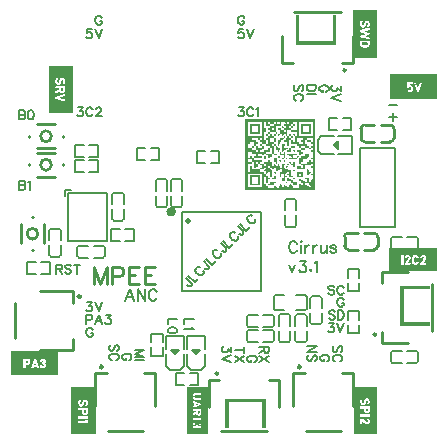
<source format=gto>
G04 Layer: TopSilkscreenLayer*
G04 EasyEDA v6.5.40, 2024-02-08 20:30:12*
G04 8a8f0ff451d84adea016c743fcc8db9f,2e16165ee3bb4678bfb3015e44e098b9,10*
G04 Gerber Generator version 0.2*
G04 Scale: 100 percent, Rotated: No, Reflected: No *
G04 Dimensions in millimeters *
G04 leading zeros omitted , absolute positions ,4 integer and 5 decimal *
%FSLAX45Y45*%
%MOMM*%

%ADD10C,0.1500*%
%ADD11C,0.2000*%
%ADD12C,0.2500*%
%ADD13C,0.2540*%
%ADD14C,0.1524*%
%ADD15C,0.1520*%
%ADD16C,0.4000*%
%ADD17C,0.0149*%

%LPD*%
G36*
X531876Y415899D02*
G01*
X531876Y285750D01*
X591413Y285750D01*
X591870Y291541D01*
X592734Y297078D01*
X594156Y302209D01*
X595985Y306679D01*
X598728Y311404D01*
X601014Y313639D01*
X603504Y313740D01*
X606907Y312013D01*
X609600Y309930D01*
X611124Y307594D01*
X611530Y304952D01*
X609955Y298450D01*
X609244Y293776D01*
X608736Y288442D01*
X608533Y283108D01*
X608736Y276809D01*
X609600Y272948D01*
X611428Y271068D01*
X614476Y270560D01*
X617575Y271322D01*
X620064Y273862D01*
X622249Y278587D01*
X626262Y292354D01*
X628294Y297738D01*
X630529Y302006D01*
X633069Y305358D01*
X636016Y307797D01*
X639368Y309473D01*
X643331Y310388D01*
X647852Y310692D01*
X652627Y310134D01*
X657047Y308610D01*
X660958Y306171D01*
X664413Y302920D01*
X667359Y299008D01*
X669696Y294487D01*
X671372Y289509D01*
X672388Y284175D01*
X672744Y278587D01*
X672287Y272846D01*
X671017Y267055D01*
X668883Y261366D01*
X666140Y256133D01*
X663549Y253898D01*
X660298Y254457D01*
X655523Y257556D01*
X652780Y259943D01*
X651560Y262229D01*
X651865Y264972D01*
X653542Y268630D01*
X656234Y276707D01*
X656234Y284429D01*
X653846Y290169D01*
X649274Y292455D01*
X646176Y291693D01*
X643636Y289153D01*
X641451Y284327D01*
X637540Y271322D01*
X635406Y266293D01*
X632968Y261772D01*
X630174Y257860D01*
X627176Y254660D01*
X624027Y252272D01*
X620826Y250799D01*
X617626Y250291D01*
X611022Y251510D01*
X604316Y254762D01*
X598576Y259384D01*
X594715Y264820D01*
X593140Y269290D01*
X592074Y274421D01*
X591515Y279958D01*
X591413Y285750D01*
X531876Y285750D01*
X531876Y237794D01*
X672490Y237794D01*
X672490Y215747D01*
X672236Y203962D01*
X671169Y196240D01*
X668832Y190855D01*
X664819Y186080D01*
X660349Y182372D01*
X655675Y179832D01*
X650900Y178460D01*
X646125Y178206D01*
X641502Y178917D01*
X637133Y180644D01*
X633171Y183235D01*
X629615Y186740D01*
X626668Y191008D01*
X624433Y195986D01*
X623011Y201676D01*
X622503Y207924D01*
X622503Y222148D01*
X606856Y222148D01*
X598271Y222351D01*
X593598Y223316D01*
X591616Y225653D01*
X591261Y229971D01*
X591261Y237794D01*
X531876Y237794D01*
X531876Y169011D01*
X672490Y169011D01*
X672490Y150266D01*
X591261Y150266D01*
X591261Y169011D01*
X531876Y169011D01*
X531876Y112776D01*
X591261Y112776D01*
X591261Y131521D01*
X622401Y131521D01*
X638352Y131724D01*
X647547Y132384D01*
X651510Y133807D01*
X651764Y136194D01*
X651357Y138430D01*
X652424Y139903D01*
X655015Y140665D01*
X659384Y140919D01*
X665734Y140208D01*
X669594Y137566D01*
X671576Y132080D01*
X672236Y122935D01*
X672490Y112776D01*
X531876Y112776D01*
X531876Y15900D01*
X738124Y15900D01*
X738124Y415899D01*
G37*
G36*
X647496Y222148D02*
G01*
X642061Y221894D01*
X639267Y220522D01*
X638403Y217017D01*
X638708Y210413D01*
X639470Y204317D01*
X640892Y200761D01*
X643382Y199136D01*
X647496Y198729D01*
X651611Y199136D01*
X654100Y200761D01*
X655523Y204317D01*
X656285Y210413D01*
X656640Y217017D01*
X655726Y220522D01*
X652932Y221894D01*
G37*
G36*
X1508658Y419100D02*
G01*
X1508658Y336092D01*
X1559356Y336092D01*
X1559712Y342188D01*
X1560880Y347370D01*
X1563014Y351942D01*
X1566164Y356260D01*
X1568399Y358800D01*
X1570583Y360730D01*
X1573072Y362153D01*
X1576171Y363220D01*
X1580286Y363931D01*
X1585874Y364439D01*
X1632610Y366115D01*
X1632610Y348691D01*
X1596288Y348538D01*
X1588465Y348030D01*
X1582521Y347116D01*
X1578254Y345694D01*
X1575511Y343712D01*
X1574088Y341020D01*
X1573834Y337515D01*
X1574596Y333197D01*
X1576120Y329184D01*
X1579829Y327050D01*
X1588363Y326288D01*
X1632610Y326136D01*
X1632610Y309219D01*
X1589074Y309422D01*
X1583791Y309778D01*
X1579626Y310337D01*
X1576324Y311251D01*
X1573479Y312521D01*
X1570837Y314299D01*
X1568043Y316534D01*
X1563624Y320700D01*
X1560982Y324764D01*
X1559712Y329590D01*
X1559356Y336092D01*
X1508658Y336092D01*
X1508658Y303530D01*
X1559356Y303530D01*
X1606092Y285242D01*
X1621028Y279196D01*
X1627784Y275742D01*
X1631492Y272694D01*
X1632610Y269849D01*
X1631492Y266954D01*
X1627784Y263956D01*
X1621028Y260502D01*
X1559356Y236067D01*
X1559356Y244754D01*
X1559661Y248869D01*
X1560626Y251815D01*
X1562404Y253746D01*
X1567840Y256184D01*
X1569567Y258673D01*
X1570380Y263042D01*
X1570634Y269951D01*
X1570380Y276809D01*
X1569516Y281228D01*
X1567789Y283819D01*
X1562455Y286562D01*
X1560677Y288594D01*
X1559661Y291490D01*
X1559356Y295300D01*
X1559356Y303530D01*
X1508658Y303530D01*
X1508658Y230378D01*
X1632610Y230378D01*
X1632610Y208279D01*
X1632356Y196697D01*
X1631543Y189230D01*
X1629765Y184404D01*
X1626717Y180848D01*
X1623212Y178409D01*
X1619046Y176733D01*
X1614474Y175768D01*
X1609648Y175514D01*
X1604822Y176022D01*
X1600200Y177241D01*
X1596034Y179171D01*
X1592427Y181813D01*
X1585772Y188112D01*
X1559356Y171348D01*
X1559356Y180949D01*
X1559763Y186334D01*
X1561642Y190347D01*
X1565910Y194005D01*
X1579422Y202133D01*
X1583740Y205181D01*
X1586280Y207771D01*
X1587144Y209854D01*
X1586280Y211429D01*
X1583740Y212598D01*
X1579422Y213258D01*
X1565452Y213614D01*
X1561236Y214579D01*
X1559610Y217119D01*
X1559356Y221894D01*
X1559356Y230378D01*
X1508658Y230378D01*
X1508658Y134569D01*
X1559356Y134569D01*
X1559356Y151485D01*
X1618488Y151485D01*
X1618488Y161340D01*
X1618742Y166522D01*
X1619707Y169519D01*
X1621840Y170891D01*
X1625549Y171196D01*
X1632610Y171196D01*
X1632457Y126695D01*
X1631746Y118364D01*
X1629867Y115417D01*
X1626260Y115366D01*
X1623161Y116281D01*
X1621078Y118059D01*
X1619758Y121005D01*
X1619046Y125425D01*
X1618132Y134569D01*
X1508658Y134569D01*
X1508658Y97078D01*
X1559407Y97078D01*
X1561084Y104902D01*
X1562404Y106984D01*
X1564741Y109321D01*
X1567688Y111658D01*
X1570990Y113639D01*
X1575612Y115925D01*
X1578000Y116281D01*
X1578914Y114350D01*
X1579067Y109880D01*
X1578813Y106527D01*
X1578152Y103327D01*
X1577136Y100584D01*
X1575866Y98704D01*
X1573936Y94894D01*
X1574596Y90982D01*
X1577492Y87934D01*
X1582064Y86715D01*
X1584655Y87122D01*
X1586839Y88239D01*
X1588516Y90017D01*
X1590598Y94691D01*
X1592275Y96469D01*
X1594612Y97586D01*
X1597406Y97993D01*
X1600200Y97586D01*
X1602486Y96469D01*
X1604162Y94691D01*
X1605229Y92354D01*
X1607362Y88646D01*
X1610715Y86918D01*
X1614322Y87274D01*
X1617370Y89966D01*
X1617776Y91490D01*
X1617421Y93218D01*
X1616354Y94996D01*
X1614728Y96621D01*
X1611274Y101295D01*
X1610055Y107391D01*
X1611122Y112623D01*
X1614424Y114858D01*
X1619097Y113842D01*
X1623314Y111048D01*
X1626870Y106883D01*
X1629664Y101650D01*
X1631543Y95808D01*
X1632254Y89712D01*
X1631746Y83769D01*
X1629816Y78282D01*
X1625092Y73660D01*
X1618030Y71170D01*
X1610207Y71069D01*
X1603146Y73660D01*
X1599539Y75844D01*
X1597050Y76606D01*
X1595069Y75946D01*
X1593088Y73914D01*
X1587500Y70662D01*
X1579626Y69900D01*
X1571498Y71526D01*
X1564995Y75438D01*
X1561490Y81076D01*
X1559610Y88747D01*
X1559407Y97078D01*
X1508658Y97078D01*
X1508658Y19100D01*
X1691741Y19100D01*
X1691741Y419100D01*
G37*
G36*
X1586026Y276250D02*
G01*
X1584909Y274269D01*
X1584706Y269798D01*
X1584909Y265328D01*
X1586026Y263347D01*
X1588973Y263347D01*
X1594561Y264922D01*
X1598371Y266242D01*
X1601520Y267614D01*
X1603654Y268833D01*
X1604416Y269798D01*
X1603654Y270764D01*
X1601520Y272034D01*
X1594561Y274726D01*
X1588973Y276250D01*
G37*
G36*
X1610055Y213461D02*
G01*
X1605127Y213258D01*
X1602638Y211988D01*
X1601825Y208838D01*
X1602130Y202895D01*
X1602841Y197408D01*
X1604111Y194208D01*
X1606346Y192684D01*
X1610055Y192328D01*
X1613763Y192684D01*
X1615998Y194208D01*
X1617268Y197408D01*
X1617980Y202895D01*
X1618284Y208838D01*
X1617472Y211988D01*
X1614982Y213258D01*
G37*
G36*
X2925673Y419100D02*
G01*
X2925673Y290017D01*
X2978200Y290017D01*
X2978607Y299770D01*
X2979420Y307086D01*
X2980537Y313182D01*
X2982061Y318008D01*
X2983941Y321614D01*
X2986125Y323850D01*
X2988665Y324815D01*
X2991510Y324459D01*
X2994660Y322732D01*
X2997352Y320395D01*
X2998520Y318160D01*
X2998317Y315569D01*
X2996844Y312115D01*
X2994456Y305358D01*
X2993542Y297434D01*
X2994101Y289864D01*
X2996184Y284022D01*
X3000044Y280924D01*
X3004159Y282295D01*
X3007817Y287629D01*
X3010357Y296316D01*
X3011830Y302717D01*
X3014014Y308356D01*
X3016808Y313182D01*
X3020161Y317093D01*
X3023971Y320040D01*
X3028137Y322021D01*
X3032658Y322834D01*
X3037433Y322529D01*
X3041650Y321259D01*
X3045917Y319278D01*
X3049727Y316788D01*
X3052622Y314147D01*
X3054705Y310692D01*
X3056280Y306222D01*
X3057347Y300939D01*
X3057855Y295249D01*
X3057855Y289306D01*
X3057296Y283464D01*
X3056128Y277926D01*
X3054400Y273100D01*
X3051708Y267919D01*
X3049168Y265734D01*
X3045968Y266293D01*
X3041243Y269341D01*
X3038551Y271678D01*
X3037382Y273964D01*
X3037687Y276606D01*
X3039313Y280263D01*
X3042005Y288239D01*
X3042005Y295808D01*
X3039618Y301498D01*
X3035096Y303733D01*
X3032048Y302971D01*
X3029610Y300482D01*
X3027426Y295859D01*
X3023514Y282295D01*
X3021634Y277114D01*
X3019501Y272999D01*
X3017113Y269798D01*
X3014268Y267462D01*
X3011017Y265887D01*
X3007106Y264972D01*
X3002534Y264566D01*
X2997352Y264871D01*
X2992932Y266293D01*
X2988919Y268935D01*
X2984855Y272999D01*
X2980944Y278180D01*
X2978861Y283362D01*
X2978200Y290017D01*
X2925673Y290017D01*
X2925673Y252933D01*
X3058007Y252933D01*
X3058007Y230428D01*
X3057753Y218186D01*
X3056686Y210413D01*
X3054400Y205181D01*
X3050336Y200660D01*
X3045917Y197205D01*
X3041294Y194919D01*
X3036620Y193649D01*
X3031947Y193395D01*
X3027426Y194106D01*
X3023108Y195732D01*
X3019196Y198170D01*
X3015742Y201422D01*
X3012846Y205384D01*
X3010662Y210058D01*
X3009239Y215341D01*
X3008731Y221183D01*
X3008731Y234492D01*
X2984601Y234645D01*
X2980029Y235712D01*
X2978251Y238455D01*
X2977997Y243738D01*
X2977997Y252933D01*
X2925673Y252933D01*
X2925673Y185267D01*
X3058007Y185267D01*
X3058007Y166776D01*
X2977997Y166776D01*
X2977997Y185267D01*
X2925673Y185267D01*
X2925673Y129844D01*
X2977997Y129844D01*
X2978150Y143408D01*
X2978962Y150774D01*
X2980893Y153873D01*
X2984449Y154482D01*
X2988513Y153263D01*
X2994710Y149961D01*
X3002280Y145084D01*
X3017215Y133858D01*
X3023514Y129692D01*
X3029000Y126593D01*
X3033674Y124612D01*
X3037484Y123799D01*
X3040278Y124155D01*
X3042005Y125679D01*
X3042615Y128422D01*
X3042259Y130403D01*
X3041243Y132283D01*
X3039770Y133858D01*
X3037992Y134924D01*
X3034588Y138938D01*
X3033369Y145542D01*
X3034334Y151739D01*
X3037586Y154482D01*
X3039821Y153974D01*
X3042920Y152603D01*
X3046374Y150571D01*
X3049879Y148132D01*
X3053334Y144576D01*
X3055874Y140258D01*
X3057499Y135382D01*
X3058261Y130251D01*
X3058058Y125018D01*
X3056940Y119989D01*
X3054858Y115366D01*
X3051810Y111404D01*
X3047695Y107950D01*
X3043326Y105816D01*
X3038551Y105054D01*
X3033217Y105714D01*
X3027172Y107797D01*
X3020212Y111353D01*
X3012135Y116484D01*
X3002889Y123139D01*
X2993390Y130302D01*
X2993390Y117754D01*
X2993136Y111048D01*
X2992120Y107289D01*
X2989834Y105613D01*
X2985668Y105257D01*
X2981299Y105714D01*
X2979013Y108508D01*
X2978099Y115824D01*
X2977997Y129844D01*
X2925673Y129844D01*
X2925673Y19100D01*
X3119526Y19100D01*
X3119526Y419100D01*
G37*
G36*
X3033369Y234492D02*
G01*
X3028340Y234188D01*
X3025597Y232867D01*
X3024378Y229717D01*
X3024124Y224028D01*
X3024479Y219557D01*
X3025394Y215950D01*
X3026816Y213309D01*
X3028746Y211836D01*
X3034538Y210820D01*
X3038906Y212648D01*
X3041650Y217119D01*
X3042615Y224028D01*
X3042361Y229717D01*
X3041142Y232867D01*
X3038398Y234188D01*
G37*
G36*
X3225800Y1597050D02*
G01*
X3225800Y1534515D01*
X3344570Y1534515D01*
X3344570Y1513382D01*
X3355695Y1513382D01*
X3357270Y1518107D01*
X3361283Y1525930D01*
X3366770Y1531010D01*
X3373983Y1533601D01*
X3383279Y1533906D01*
X3389274Y1533042D01*
X3394151Y1531315D01*
X3398164Y1528572D01*
X3401669Y1524660D01*
X3404717Y1519986D01*
X3406089Y1516024D01*
X3405936Y1511757D01*
X3404311Y1506220D01*
X3402076Y1501241D01*
X3397794Y1493926D01*
X3416401Y1493926D01*
X3416655Y1507642D01*
X3417671Y1516329D01*
X3420008Y1522018D01*
X3424072Y1526844D01*
X3428695Y1530553D01*
X3433826Y1533144D01*
X3439363Y1534617D01*
X3445052Y1534972D01*
X3450844Y1534210D01*
X3456482Y1532331D01*
X3461816Y1529435D01*
X3466642Y1525422D01*
X3470198Y1521460D01*
X3473094Y1517497D01*
X3475075Y1513992D01*
X3475786Y1511350D01*
X3473348Y1507388D01*
X3467404Y1506474D01*
X3460292Y1508404D01*
X3454247Y1513078D01*
X3451351Y1516024D01*
X3448507Y1517700D01*
X3445459Y1518158D01*
X3442004Y1517548D01*
X3438347Y1515719D01*
X3436264Y1512214D01*
X3435400Y1505458D01*
X3435197Y1493926D01*
X3435400Y1482344D01*
X3436264Y1475587D01*
X3438347Y1472082D01*
X3442004Y1470304D01*
X3445459Y1469644D01*
X3448507Y1470152D01*
X3451351Y1471828D01*
X3454247Y1474774D01*
X3460292Y1479397D01*
X3467404Y1481378D01*
X3473348Y1480464D01*
X3475786Y1476502D01*
X3475075Y1473860D01*
X3473094Y1470304D01*
X3470198Y1466342D01*
X3466642Y1462430D01*
X3463588Y1459890D01*
X3485184Y1459890D01*
X3486404Y1464005D01*
X3489756Y1470304D01*
X3494735Y1477975D01*
X3506114Y1493164D01*
X3510381Y1499514D01*
X3513480Y1505102D01*
X3515512Y1509877D01*
X3516325Y1513687D01*
X3515969Y1516532D01*
X3514445Y1518310D01*
X3511651Y1518920D01*
X3509619Y1518564D01*
X3507740Y1517548D01*
X3506114Y1516024D01*
X3505047Y1514246D01*
X3500983Y1510792D01*
X3494278Y1509522D01*
X3487978Y1510538D01*
X3485184Y1513789D01*
X3485692Y1516126D01*
X3487064Y1519224D01*
X3489147Y1522780D01*
X3491636Y1526286D01*
X3495243Y1529791D01*
X3499612Y1532382D01*
X3504539Y1534058D01*
X3509822Y1534820D01*
X3515106Y1534617D01*
X3520236Y1533499D01*
X3524910Y1531366D01*
X3528923Y1528267D01*
X3532428Y1524050D01*
X3534613Y1519631D01*
X3535375Y1514805D01*
X3534714Y1509369D01*
X3532632Y1503222D01*
X3528974Y1496161D01*
X3523792Y1487982D01*
X3509772Y1468932D01*
X3522472Y1468932D01*
X3529279Y1468678D01*
X3533140Y1467662D01*
X3534816Y1465275D01*
X3535172Y1461109D01*
X3534714Y1456639D01*
X3531870Y1454302D01*
X3524453Y1453438D01*
X3510178Y1453286D01*
X3496411Y1453438D01*
X3488944Y1454251D01*
X3485794Y1456232D01*
X3485184Y1459890D01*
X3463588Y1459890D01*
X3461816Y1458417D01*
X3456482Y1455470D01*
X3450844Y1453642D01*
X3445052Y1452880D01*
X3439363Y1453235D01*
X3433826Y1454708D01*
X3428695Y1457248D01*
X3424072Y1460957D01*
X3420008Y1465834D01*
X3417671Y1471523D01*
X3416655Y1480159D01*
X3416401Y1493926D01*
X3397794Y1493926D01*
X3394252Y1488592D01*
X3389680Y1482547D01*
X3378504Y1468932D01*
X3392779Y1468932D01*
X3400551Y1468678D01*
X3404819Y1467713D01*
X3406648Y1465376D01*
X3407054Y1461109D01*
X3406597Y1456639D01*
X3403752Y1454302D01*
X3396335Y1453438D01*
X3382060Y1453286D01*
X3367938Y1453438D01*
X3360470Y1454302D01*
X3357575Y1456486D01*
X3357067Y1460703D01*
X3358286Y1465173D01*
X3361690Y1471980D01*
X3366770Y1480108D01*
X3379470Y1497634D01*
X3384143Y1505102D01*
X3386785Y1510792D01*
X3387191Y1514195D01*
X3384448Y1517599D01*
X3380486Y1518767D01*
X3376574Y1517650D01*
X3372408Y1512366D01*
X3369970Y1510893D01*
X3366719Y1509877D01*
X3363061Y1509522D01*
X3358134Y1509725D01*
X3355848Y1510792D01*
X3355695Y1513382D01*
X3344570Y1513382D01*
X3344570Y1453286D01*
X3325774Y1453286D01*
X3325774Y1534515D01*
X3225800Y1534515D01*
X3225800Y1400149D01*
X3625799Y1400149D01*
X3625799Y1597050D01*
G37*
G36*
X2921050Y3606800D02*
G01*
X2921050Y3495395D01*
X2977438Y3495395D01*
X2977896Y3501186D01*
X2978810Y3506724D01*
X2980182Y3511854D01*
X2982061Y3516325D01*
X2984754Y3521049D01*
X2987040Y3523284D01*
X2989580Y3523386D01*
X2992983Y3521659D01*
X2995676Y3519576D01*
X2997149Y3517239D01*
X2997555Y3514648D01*
X2995980Y3508095D01*
X2995269Y3503422D01*
X2994761Y3498087D01*
X2994558Y3492754D01*
X2994761Y3486454D01*
X2995625Y3482644D01*
X2997454Y3480765D01*
X3000502Y3480257D01*
X3003600Y3480968D01*
X3006090Y3483508D01*
X3008325Y3488232D01*
X3012338Y3501999D01*
X3014319Y3507384D01*
X3016554Y3511651D01*
X3019094Y3515004D01*
X3022041Y3517442D01*
X3025444Y3519119D01*
X3029356Y3520033D01*
X3033877Y3520338D01*
X3038652Y3519779D01*
X3043072Y3518255D01*
X3047034Y3515817D01*
X3050438Y3512565D01*
X3053384Y3508654D01*
X3055721Y3504133D01*
X3057398Y3499154D01*
X3058464Y3493820D01*
X3058769Y3488232D01*
X3058312Y3482492D01*
X3057042Y3476701D01*
X3054908Y3471011D01*
X3052165Y3465779D01*
X3049625Y3463544D01*
X3046374Y3464102D01*
X3041548Y3467201D01*
X3038805Y3469589D01*
X3037636Y3471875D01*
X3037890Y3474618D01*
X3039567Y3478276D01*
X3042310Y3486353D01*
X3042310Y3494074D01*
X3039872Y3499865D01*
X3035300Y3502101D01*
X3032201Y3501339D01*
X3029712Y3498799D01*
X3027476Y3493973D01*
X3023616Y3480968D01*
X3021482Y3475939D01*
X3018993Y3471418D01*
X3016199Y3467506D01*
X3013202Y3464306D01*
X3010052Y3461918D01*
X3006852Y3460445D01*
X3003651Y3459937D01*
X2997047Y3461156D01*
X2990342Y3464407D01*
X2984601Y3469081D01*
X2980740Y3474465D01*
X2979166Y3478936D01*
X2978099Y3484067D01*
X2977540Y3489604D01*
X2977438Y3495395D01*
X2921050Y3495395D01*
X2921050Y3388055D01*
X2977642Y3388055D01*
X2977896Y3390290D01*
X2979064Y3392170D01*
X2981655Y3393897D01*
X2986074Y3395726D01*
X3002178Y3400501D01*
X3028848Y3407714D01*
X3003854Y3414572D01*
X2990443Y3418484D01*
X2982772Y3421583D01*
X2979166Y3424936D01*
X2977896Y3429457D01*
X2977794Y3433165D01*
X2978505Y3435959D01*
X2980080Y3437940D01*
X2982569Y3439160D01*
X3004870Y3444697D01*
X3038805Y3452723D01*
X3057245Y3456787D01*
X3057753Y3456076D01*
X3058160Y3454196D01*
X3058515Y3447846D01*
X3058058Y3442715D01*
X3055315Y3439617D01*
X3048304Y3437382D01*
X3026003Y3433165D01*
X3018993Y3431387D01*
X3014726Y3429812D01*
X3013862Y3428644D01*
X3016504Y3427323D01*
X3021787Y3425393D01*
X3048457Y3417671D01*
X3054858Y3414979D01*
X3057804Y3411982D01*
X3058515Y3408019D01*
X3058414Y3405581D01*
X3057601Y3403549D01*
X3055670Y3401669D01*
X3052064Y3399739D01*
X3046171Y3397504D01*
X3025749Y3391255D01*
X3010103Y3386785D01*
X3010865Y3386124D01*
X3015234Y3384854D01*
X3045917Y3378860D01*
X3053486Y3376523D01*
X3056839Y3373374D01*
X3057956Y3368497D01*
X3058312Y3365042D01*
X3058058Y3362553D01*
X3056686Y3361080D01*
X3053689Y3360623D01*
X3048558Y3361131D01*
X3040684Y3362604D01*
X3014776Y3368649D01*
X2994964Y3373577D01*
X2988564Y3375456D01*
X2984093Y3377133D01*
X2981096Y3378809D01*
X2979318Y3380587D01*
X2978353Y3382670D01*
X2977642Y3388055D01*
X2921050Y3388055D01*
X2921050Y3350564D01*
X3058515Y3350564D01*
X3058515Y3331616D01*
X3058261Y3323691D01*
X3057448Y3316224D01*
X3056331Y3309975D01*
X3054908Y3305810D01*
X3052470Y3301746D01*
X3049828Y3298494D01*
X3046780Y3296005D01*
X3043123Y3294126D01*
X3038602Y3292805D01*
X3033064Y3291941D01*
X3026206Y3291484D01*
X3017926Y3291382D01*
X3010154Y3291535D01*
X3003397Y3292094D01*
X2997555Y3293059D01*
X2992628Y3294481D01*
X2988513Y3296513D01*
X2985160Y3299155D01*
X2982468Y3302508D01*
X2980436Y3306572D01*
X2978962Y3311448D01*
X2977997Y3317189D01*
X2977438Y3323894D01*
X2977286Y3350564D01*
X2921050Y3350564D01*
X2921050Y3206800D01*
X3124149Y3206800D01*
X3124149Y3606800D01*
G37*
G36*
X3017926Y3334918D02*
G01*
X3003753Y3334765D01*
X2996285Y3333902D01*
X2993390Y3331667D01*
X2992932Y3327349D01*
X2993034Y3322065D01*
X2993644Y3318001D01*
X2994863Y3314903D01*
X2996946Y3312718D01*
X3000044Y3311296D01*
X3004464Y3310432D01*
X3010357Y3310026D01*
X3025495Y3310026D01*
X3031337Y3310432D01*
X3035757Y3311296D01*
X3038906Y3312718D01*
X3040938Y3314903D01*
X3042208Y3318001D01*
X3042767Y3322065D01*
X3042920Y3327349D01*
X3042412Y3331667D01*
X3039567Y3333902D01*
X3032099Y3334765D01*
G37*
G36*
X3229000Y3063036D02*
G01*
X3229000Y2996895D01*
X3400653Y2996895D01*
X3414064Y2996742D01*
X3421126Y2995828D01*
X3422355Y2994761D01*
X3433724Y2994761D01*
X3434384Y2995676D01*
X3436112Y2996285D01*
X3438753Y2996488D01*
X3441954Y2996336D01*
X3446526Y2994964D01*
X3450082Y2991256D01*
X3453637Y2983484D01*
X3458108Y2970123D01*
X3466134Y2944926D01*
X3474567Y2970123D01*
X3479393Y2983738D01*
X3483101Y2991459D01*
X3486861Y2995066D01*
X3491890Y2996336D01*
X3495852Y2996590D01*
X3498342Y2996184D01*
X3499408Y2995066D01*
X3499154Y2993186D01*
X3481832Y2941116D01*
X3476345Y2926080D01*
X3474212Y2921355D01*
X3472281Y2918206D01*
X3470401Y2916224D01*
X3468471Y2915259D01*
X3466388Y2915005D01*
X3464255Y2915259D01*
X3462324Y2916275D01*
X3460394Y2918307D01*
X3458413Y2921660D01*
X3456178Y2926537D01*
X3450437Y2942234D01*
X3439414Y2975559D01*
X3433978Y2993440D01*
X3433724Y2994761D01*
X3422355Y2994761D01*
X3423818Y2993491D01*
X3424275Y2989021D01*
X3423869Y2984754D01*
X3422091Y2982366D01*
X3417824Y2981350D01*
X3403447Y2980893D01*
X3399078Y2980080D01*
X3396691Y2978658D01*
X3395929Y2976422D01*
X3396487Y2974390D01*
X3398215Y2972917D01*
X3401009Y2972003D01*
X3409696Y2971241D01*
X3413861Y2969818D01*
X3417468Y2967482D01*
X3420465Y2964230D01*
X3422802Y2960116D01*
X3424478Y2955137D01*
X3425494Y2949346D01*
X3425850Y2942742D01*
X3425444Y2936290D01*
X3424275Y2930702D01*
X3422345Y2925927D01*
X3419652Y2922016D01*
X3416198Y2918968D01*
X3411982Y2916783D01*
X3407003Y2915462D01*
X3401314Y2915005D01*
X3392881Y2916783D01*
X3385058Y2921406D01*
X3379266Y2927705D01*
X3377031Y2934462D01*
X3379012Y2938678D01*
X3383686Y2940202D01*
X3389426Y2938983D01*
X3399028Y2931312D01*
X3403600Y2931871D01*
X3407105Y2936087D01*
X3408527Y2943352D01*
X3407257Y2950159D01*
X3404057Y2954477D01*
X3399739Y2955696D01*
X3395065Y2953207D01*
X3393135Y2951835D01*
X3390442Y2950718D01*
X3387394Y2949956D01*
X3384296Y2949651D01*
X3380232Y2950159D01*
X3378047Y2953004D01*
X3377184Y2960065D01*
X3377031Y2996895D01*
X3229000Y2996895D01*
X3229000Y2855163D01*
X3628999Y2855163D01*
X3628999Y3063036D01*
G37*
G36*
X1998725Y2687624D02*
G01*
X1998725Y2663494D01*
X2028494Y2663494D01*
X2144725Y2662428D01*
X2145792Y2544673D01*
X2028494Y2544673D01*
X2028494Y2663494D01*
X1998725Y2663494D01*
X1998725Y2240635D01*
X2028494Y2240635D01*
X2028494Y2309063D01*
X2062276Y2309063D01*
X2062276Y2325166D01*
X2028494Y2325166D01*
X2028494Y2343302D01*
X2062073Y2343302D01*
X2063140Y2329789D01*
X2064257Y2327198D01*
X2066848Y2326081D01*
X2080158Y2324963D01*
X2080158Y2274671D01*
X2110943Y2275840D01*
X2110943Y2308047D01*
X2097633Y2309164D01*
X2095144Y2310231D01*
X2094179Y2312670D01*
X2094077Y2325166D01*
X2111959Y2325166D01*
X2111959Y2309063D01*
X2127859Y2309063D01*
X2127859Y2325166D01*
X2143760Y2325166D01*
X2143760Y2341270D01*
X2078177Y2341270D01*
X2078177Y2359406D01*
X2062276Y2359406D01*
X2062276Y2375509D01*
X2046376Y2375509D01*
X2046376Y2359406D01*
X2028494Y2359406D01*
X2028494Y2409748D01*
X2062276Y2409748D01*
X2062276Y2393645D01*
X2096058Y2393645D01*
X2096058Y2375509D01*
X2080158Y2375509D01*
X2080158Y2359406D01*
X2143760Y2359406D01*
X2143760Y2375509D01*
X2111959Y2375509D01*
X2111959Y2393645D01*
X2145741Y2393645D01*
X2145741Y2377541D01*
X2161590Y2377541D01*
X2161590Y2393645D01*
X2177491Y2393645D01*
X2177491Y2409748D01*
X2211273Y2409748D01*
X2211273Y2441956D01*
X2195372Y2441956D01*
X2195372Y2425852D01*
X2161590Y2425852D01*
X2161590Y2409748D01*
X2127605Y2409748D01*
X2128824Y2426868D01*
X2161590Y2428036D01*
X2161590Y2460091D01*
X2145741Y2460091D01*
X2145741Y2441956D01*
X2111959Y2441956D01*
X2111959Y2460091D01*
X2096058Y2460091D01*
X2096058Y2427884D01*
X2111959Y2427884D01*
X2111959Y2409494D01*
X2098700Y2410612D01*
X2096109Y2411679D01*
X2094941Y2414016D01*
X2093823Y2425852D01*
X2062276Y2425852D01*
X2062276Y2441956D01*
X2028494Y2441956D01*
X2028494Y2478227D01*
X2044395Y2478227D01*
X2044395Y2494330D01*
X2080158Y2494330D01*
X2080158Y2460091D01*
X2090877Y2460244D01*
X2092960Y2461260D01*
X2093975Y2463800D01*
X2094941Y2473604D01*
X2096058Y2476195D01*
X2098649Y2477312D01*
X2108555Y2478278D01*
X2111044Y2479294D01*
X2111756Y2481580D01*
X2111552Y2485898D01*
X2111044Y2490063D01*
X2109876Y2492349D01*
X2107285Y2493416D01*
X2097633Y2494432D01*
X2095144Y2495448D01*
X2094179Y2497886D01*
X2094077Y2510434D01*
X2062276Y2510434D01*
X2062276Y2528519D01*
X2111959Y2528519D01*
X2111959Y2512415D01*
X2127859Y2512415D01*
X2127859Y2528519D01*
X2145741Y2528519D01*
X2145741Y2510434D01*
X2129840Y2510434D01*
X2129840Y2494330D01*
X2145741Y2494330D01*
X2145741Y2478227D01*
X2177491Y2478227D01*
X2177491Y2510434D01*
X2161590Y2510434D01*
X2161590Y2578862D01*
X2177491Y2578862D01*
X2177491Y2611069D01*
X2161590Y2611069D01*
X2161590Y2663444D01*
X2179472Y2663444D01*
X2179472Y2629204D01*
X2211273Y2629204D01*
X2211273Y2645308D01*
X2195372Y2645308D01*
X2195372Y2663698D01*
X2208631Y2662529D01*
X2211222Y2661513D01*
X2212390Y2659176D01*
X2213508Y2647340D01*
X2245055Y2647340D01*
X2245055Y2663698D01*
X2258364Y2662580D01*
X2260955Y2661412D01*
X2262073Y2658821D01*
X2263140Y2645308D01*
X2276856Y2645308D01*
X2276856Y2653030D01*
X2277110Y2658719D01*
X2278430Y2661818D01*
X2281529Y2663139D01*
X2287117Y2663444D01*
X2294737Y2663444D01*
X2294737Y2645308D01*
X2245055Y2645308D01*
X2245055Y2629204D01*
X2232761Y2628950D01*
X2224278Y2629052D01*
X2213254Y2629509D01*
X2213254Y2613101D01*
X2245055Y2613101D01*
X2245055Y2594965D01*
X2229154Y2594965D01*
X2229154Y2613101D01*
X2213254Y2613101D01*
X2213254Y2611069D01*
X2195372Y2611069D01*
X2195372Y2594965D01*
X2213254Y2594965D01*
X2213254Y2578862D01*
X2260955Y2578862D01*
X2260955Y2629204D01*
X2310638Y2629204D01*
X2310638Y2663596D01*
X2315376Y2663444D01*
X2378151Y2663444D01*
X2378151Y2645308D01*
X2362250Y2645308D01*
X2362250Y2663444D01*
X2315376Y2663444D01*
X2345385Y2662428D01*
X2346604Y2645308D01*
X2328519Y2645308D01*
X2328519Y2629204D01*
X2346401Y2629204D01*
X2346401Y2611069D01*
X2328519Y2611069D01*
X2328519Y2594965D01*
X2346604Y2594965D01*
X2345486Y2581503D01*
X2344369Y2578862D01*
X2341829Y2577744D01*
X2328519Y2576626D01*
X2328519Y2594965D01*
X2310638Y2594965D01*
X2310638Y2611069D01*
X2278837Y2611069D01*
X2278837Y2594965D01*
X2294737Y2594965D01*
X2294737Y2563012D01*
X2308047Y2561894D01*
X2310638Y2560726D01*
X2311755Y2558084D01*
X2312720Y2548077D01*
X2313686Y2545588D01*
X2315921Y2544826D01*
X2320188Y2545029D01*
X2324354Y2545537D01*
X2326589Y2546756D01*
X2327605Y2549398D01*
X2328722Y2563012D01*
X2341880Y2561894D01*
X2344420Y2560726D01*
X2345537Y2558084D01*
X2346452Y2548077D01*
X2347468Y2545588D01*
X2349703Y2544826D01*
X2361285Y2545638D01*
X2362250Y2594965D01*
X2394051Y2594965D01*
X2394051Y2611069D01*
X2378151Y2611069D01*
X2378151Y2629204D01*
X2390546Y2629357D01*
X2392934Y2630271D01*
X2393950Y2632862D01*
X2394915Y2642717D01*
X2396032Y2645308D01*
X2398623Y2646426D01*
X2408377Y2647442D01*
X2410866Y2648508D01*
X2411831Y2650947D01*
X2411933Y2663596D01*
X2461615Y2663494D01*
X2577846Y2662428D01*
X2577846Y2545638D01*
X2461615Y2544572D01*
X2461615Y2663494D01*
X2414916Y2663494D01*
X2444699Y2662428D01*
X2445816Y2594965D01*
X2396032Y2594965D01*
X2396032Y2578862D01*
X2445715Y2578862D01*
X2445715Y2544876D01*
X2428849Y2543657D01*
X2428506Y2528519D01*
X2495397Y2528519D01*
X2495397Y2510434D01*
X2479497Y2510434D01*
X2479497Y2494330D01*
X2495397Y2494330D01*
X2495397Y2476195D01*
X2461818Y2476195D01*
X2460752Y2489708D01*
X2459634Y2492298D01*
X2457043Y2493416D01*
X2443734Y2494534D01*
X2443734Y2528519D01*
X2428506Y2528519D01*
X2427732Y2494330D01*
X2415540Y2494483D01*
X2413152Y2495346D01*
X2412085Y2497582D01*
X2411069Y2506065D01*
X2409952Y2508402D01*
X2407666Y2509520D01*
X2396032Y2510637D01*
X2396032Y2478227D01*
X2445715Y2478227D01*
X2445715Y2460091D01*
X2461615Y2460091D01*
X2461615Y2443988D01*
X2477516Y2443988D01*
X2477516Y2460091D01*
X2511298Y2460091D01*
X2511298Y2443988D01*
X2545029Y2443988D01*
X2545029Y2460091D01*
X2527198Y2460091D01*
X2527198Y2476195D01*
X2511298Y2476195D01*
X2511298Y2512415D01*
X2527198Y2512415D01*
X2527198Y2528519D01*
X2578811Y2528519D01*
X2578811Y2494330D01*
X2562961Y2494330D01*
X2562961Y2478227D01*
X2578811Y2478227D01*
X2578811Y2460091D01*
X2562961Y2460091D01*
X2562961Y2443988D01*
X2578811Y2443988D01*
X2578811Y2425852D01*
X2562961Y2425852D01*
X2562961Y2409748D01*
X2578811Y2409748D01*
X2578811Y2359406D01*
X2562961Y2359406D01*
X2562961Y2343302D01*
X2578811Y2343302D01*
X2578811Y2325166D01*
X2560929Y2325166D01*
X2560929Y2341270D01*
X2545029Y2341270D01*
X2545029Y2325166D01*
X2529179Y2325166D01*
X2529179Y2309063D01*
X2516124Y2308860D01*
X2479497Y2309063D01*
X2479598Y2296363D01*
X2480462Y2293975D01*
X2482850Y2293112D01*
X2495397Y2292959D01*
X2495397Y2274874D01*
X2477516Y2274874D01*
X2477516Y2290978D01*
X2445715Y2290978D01*
X2445715Y2258720D01*
X2511298Y2258720D01*
X2511298Y2292959D01*
X2560929Y2292959D01*
X2560929Y2309063D01*
X2579065Y2309063D01*
X2577947Y2295652D01*
X2576931Y2293061D01*
X2574594Y2291842D01*
X2566162Y2290826D01*
X2563926Y2289708D01*
X2563063Y2287270D01*
X2563063Y2278227D01*
X2563926Y2275840D01*
X2566314Y2274976D01*
X2578811Y2274874D01*
X2578811Y2224532D01*
X2562961Y2224532D01*
X2562961Y2208428D01*
X2578811Y2208428D01*
X2578811Y2174189D01*
X2566466Y2174036D01*
X2564079Y2173071D01*
X2563012Y2170531D01*
X2562047Y2160676D01*
X2560929Y2158085D01*
X2558389Y2156917D01*
X2545029Y2155850D01*
X2545029Y2190292D01*
X2511298Y2190292D01*
X2511298Y2174189D01*
X2529179Y2174189D01*
X2529179Y2155901D01*
X2494381Y2157069D01*
X2493162Y2173935D01*
X2461615Y2173986D01*
X2461615Y2158085D01*
X2479497Y2158085D01*
X2479649Y2145639D01*
X2480513Y2143201D01*
X2482598Y2142134D01*
X2511298Y2142134D01*
X2544064Y2140966D01*
X2545181Y2127656D01*
X2546248Y2125065D01*
X2548788Y2123948D01*
X2558389Y2122982D01*
X2560878Y2121865D01*
X2561793Y2119426D01*
X2561945Y2114804D01*
X2561793Y2110130D01*
X2560878Y2107692D01*
X2558389Y2106574D01*
X2545283Y2105507D01*
X2544064Y2122830D01*
X2511298Y2123998D01*
X2511298Y2142134D01*
X2482697Y2142083D01*
X2491181Y2141067D01*
X2493467Y2139899D01*
X2494534Y2137257D01*
X2495600Y2123846D01*
X2477516Y2123846D01*
X2477516Y2139950D01*
X2461615Y2139950D01*
X2461615Y2105710D01*
X2412187Y2105710D01*
X2411069Y2119223D01*
X2409952Y2121814D01*
X2407361Y2122932D01*
X2397607Y2123948D01*
X2395118Y2125014D01*
X2394204Y2127453D01*
X2394051Y2140204D01*
X2381910Y2138934D01*
X2379573Y2136444D01*
X2378659Y2129383D01*
X2378151Y2105710D01*
X2365806Y2105863D01*
X2363419Y2106828D01*
X2362352Y2109368D01*
X2361285Y2122830D01*
X2328519Y2123998D01*
X2328519Y2105507D01*
X2311603Y2106726D01*
X2310434Y2140204D01*
X2295702Y2138934D01*
X2294585Y2105558D01*
X2261920Y2106726D01*
X2260854Y2120392D01*
X2259888Y2122881D01*
X2257602Y2123694D01*
X2253386Y2123440D01*
X2249220Y2122932D01*
X2246985Y2121763D01*
X2245918Y2119122D01*
X2244801Y2105710D01*
X2195626Y2105710D01*
X2194509Y2119223D01*
X2193391Y2121814D01*
X2190800Y2122932D01*
X2181098Y2123948D01*
X2178558Y2125014D01*
X2177643Y2127402D01*
X2177389Y2136597D01*
X2176526Y2138934D01*
X2174138Y2139797D01*
X2161590Y2139950D01*
X2161590Y2192274D01*
X2179472Y2192274D01*
X2179472Y2141982D01*
X2195372Y2141982D01*
X2195372Y2174189D01*
X2211273Y2174189D01*
X2211273Y2190292D01*
X2198725Y2190394D01*
X2196388Y2191258D01*
X2195525Y2193645D01*
X2195271Y2202789D01*
X2194306Y2205228D01*
X2191816Y2206294D01*
X2182063Y2207260D01*
X2179472Y2208428D01*
X2178354Y2211019D01*
X2177389Y2220874D01*
X2176373Y2223414D01*
X2173986Y2224379D01*
X2164943Y2224633D01*
X2162606Y2225548D01*
X2161743Y2227935D01*
X2161590Y2240635D01*
X2127859Y2240635D01*
X2127859Y2258720D01*
X2062276Y2258720D01*
X2062276Y2290978D01*
X2046376Y2290978D01*
X2046376Y2240635D01*
X1998725Y2240635D01*
X1998725Y2224532D01*
X2145741Y2224532D01*
X2145741Y2107742D01*
X2028494Y2107742D01*
X2028494Y2224532D01*
X1998725Y2224532D01*
X1998725Y2087575D01*
X2598674Y2087575D01*
X2598674Y2687624D01*
G37*
G36*
X2046376Y2645308D02*
G01*
X2046376Y2629204D01*
X2111959Y2629204D01*
X2111959Y2578862D01*
X2062276Y2578862D01*
X2062276Y2629204D01*
X2046376Y2629204D01*
X2046376Y2562758D01*
X2127859Y2562758D01*
X2127859Y2645308D01*
G37*
G36*
X2411933Y2645308D02*
G01*
X2411933Y2629204D01*
X2427833Y2629204D01*
X2427833Y2645308D01*
G37*
G36*
X2477516Y2645308D02*
G01*
X2477516Y2578862D01*
X2493416Y2578862D01*
X2493518Y2612034D01*
X2493772Y2619908D01*
X2494229Y2625445D01*
X2494737Y2627884D01*
X2497175Y2628392D01*
X2510942Y2629103D01*
X2545029Y2629204D01*
X2545029Y2578862D01*
X2477516Y2578862D01*
X2477516Y2562758D01*
X2560929Y2562758D01*
X2560929Y2645308D01*
G37*
G36*
X2312619Y2629458D02*
G01*
X2312619Y2613101D01*
X2328722Y2613101D01*
X2327605Y2624886D01*
X2326538Y2627223D01*
X2324201Y2628290D01*
X2320036Y2628849D01*
G37*
G36*
X2396032Y2629458D02*
G01*
X2396032Y2613101D01*
X2412187Y2613101D01*
X2411069Y2624886D01*
X2409952Y2627223D01*
X2407666Y2628290D01*
X2403500Y2628849D01*
G37*
G36*
X2203348Y2576880D02*
G01*
X2198827Y2576728D01*
X2196439Y2575915D01*
X2195525Y2573832D01*
X2195372Y2569819D01*
X2195525Y2565806D01*
X2196439Y2563723D01*
X2198827Y2562910D01*
X2203348Y2562758D01*
X2207869Y2562910D01*
X2210206Y2563723D01*
X2211120Y2565806D01*
X2211273Y2569819D01*
X2211120Y2573832D01*
X2210206Y2575915D01*
X2207869Y2576728D01*
G37*
G36*
X2269896Y2576880D02*
G01*
X2266035Y2576728D01*
X2263952Y2575864D01*
X2263089Y2573731D01*
X2262936Y2569819D01*
X2263089Y2565908D01*
X2263952Y2563774D01*
X2266035Y2562910D01*
X2269896Y2562758D01*
X2273757Y2562910D01*
X2275840Y2563774D01*
X2276703Y2565908D01*
X2276856Y2569819D01*
X2276703Y2573731D01*
X2275840Y2575864D01*
X2273757Y2576728D01*
G37*
G36*
X2213254Y2560980D02*
G01*
X2213254Y2544673D01*
X2195372Y2544673D01*
X2195372Y2560777D01*
X2179472Y2560777D01*
X2179472Y2544673D01*
X2195372Y2544673D01*
X2195372Y2526538D01*
X2182926Y2526385D01*
X2180539Y2525572D01*
X2179624Y2523490D01*
X2179472Y2519476D01*
X2179624Y2515463D01*
X2180539Y2513380D01*
X2182926Y2512568D01*
X2195372Y2512415D01*
X2195372Y2476195D01*
X2179472Y2476195D01*
X2179472Y2460091D01*
X2213254Y2460091D01*
X2213254Y2443988D01*
X2229154Y2443988D01*
X2229154Y2393645D01*
X2245055Y2393645D01*
X2245055Y2460091D01*
X2229154Y2460091D01*
X2229154Y2478227D01*
X2245055Y2478227D01*
X2245055Y2494330D01*
X2211273Y2494330D01*
X2211273Y2528519D01*
X2245309Y2528519D01*
X2244699Y2536088D01*
X2244140Y2540304D01*
X2243074Y2542641D01*
X2240788Y2543759D01*
X2232660Y2544775D01*
X2230374Y2545892D01*
X2229307Y2548178D01*
X2228240Y2556459D01*
X2227173Y2558745D01*
X2224836Y2559862D01*
G37*
G36*
X2253945Y2560777D02*
G01*
X2250948Y2560574D01*
X2248560Y2559964D01*
X2246782Y2559050D01*
X2245817Y2557881D01*
X2245258Y2554478D01*
X2245410Y2550312D01*
X2246020Y2547975D01*
X2247392Y2546451D01*
X2249728Y2545537D01*
X2253488Y2545029D01*
X2260955Y2544419D01*
X2260803Y2557221D01*
X2260041Y2559659D01*
X2257958Y2560624D01*
G37*
G36*
X2278583Y2560777D02*
G01*
X2279700Y2548991D01*
X2280716Y2546756D01*
X2282901Y2545842D01*
X2286762Y2545638D01*
X2290673Y2545842D01*
X2292807Y2546756D01*
X2293823Y2548991D01*
X2294991Y2560777D01*
G37*
G36*
X2387041Y2560777D02*
G01*
X2384094Y2560574D01*
X2381656Y2559964D01*
X2379878Y2559050D01*
X2378964Y2557881D01*
X2378557Y2556408D01*
X2378354Y2552395D01*
X2378506Y2550312D01*
X2379167Y2547975D01*
X2380488Y2546451D01*
X2382875Y2545537D01*
X2386634Y2545029D01*
X2394051Y2544419D01*
X2393950Y2557221D01*
X2393137Y2559659D01*
X2391054Y2560624D01*
G37*
G36*
X2411679Y2560777D02*
G01*
X2412796Y2548991D01*
X2413863Y2546756D01*
X2415997Y2545842D01*
X2419908Y2545638D01*
X2423769Y2545842D01*
X2425954Y2546756D01*
X2426970Y2548991D01*
X2428087Y2560777D01*
G37*
G36*
X2396032Y2544876D02*
G01*
X2396032Y2528316D01*
X2407666Y2529433D01*
X2409901Y2530449D01*
X2410764Y2532634D01*
X2410968Y2536596D01*
X2410764Y2540508D01*
X2409901Y2542692D01*
X2407666Y2543759D01*
G37*
G36*
X2328519Y2544673D02*
G01*
X2328519Y2528519D01*
X2344369Y2528519D01*
X2344369Y2544673D01*
G37*
G36*
X2362250Y2544673D02*
G01*
X2362250Y2526538D01*
X2346401Y2526538D01*
X2346401Y2510434D01*
X2328519Y2510434D01*
X2328519Y2494330D01*
X2362250Y2494330D01*
X2362250Y2460091D01*
X2378151Y2460091D01*
X2378151Y2512415D01*
X2390648Y2512568D01*
X2392984Y2513380D01*
X2393899Y2515463D01*
X2394051Y2519476D01*
X2393899Y2523490D01*
X2392984Y2525572D01*
X2390648Y2526385D01*
X2378151Y2526538D01*
X2378151Y2544673D01*
G37*
G36*
X2245106Y2526538D02*
G01*
X2246071Y2495296D01*
X2260955Y2494076D01*
X2260955Y2526538D01*
G37*
G36*
X2294737Y2526538D02*
G01*
X2294737Y2510434D01*
X2278837Y2510434D01*
X2278837Y2459837D01*
X2293721Y2461107D01*
X2294890Y2494330D01*
X2307132Y2494432D01*
X2309469Y2495397D01*
X2310536Y2497937D01*
X2311501Y2507792D01*
X2312619Y2510434D01*
X2315159Y2511552D01*
X2324811Y2512517D01*
X2327351Y2513533D01*
X2328316Y2515666D01*
X2328519Y2519578D01*
X2328519Y2526538D01*
G37*
G36*
X2529179Y2510434D02*
G01*
X2529179Y2494330D01*
X2560929Y2494330D01*
X2560929Y2510434D01*
G37*
G36*
X2136800Y2476195D02*
G01*
X2132838Y2476042D01*
X2130755Y2475128D01*
X2129942Y2472690D01*
X2129942Y2463546D01*
X2130755Y2461158D01*
X2132838Y2460244D01*
X2136800Y2460091D01*
X2140712Y2460244D01*
X2142794Y2461158D01*
X2143607Y2463546D01*
X2143760Y2468118D01*
X2143607Y2472690D01*
X2142794Y2475128D01*
X2140712Y2476042D01*
G37*
G36*
X2244801Y2476195D02*
G01*
X2245410Y2468626D01*
X2245969Y2464409D01*
X2247036Y2462072D01*
X2249373Y2461006D01*
X2253488Y2460447D01*
X2260955Y2459837D01*
X2260955Y2476195D01*
G37*
G36*
X2312619Y2476195D02*
G01*
X2312619Y2409494D01*
X2324303Y2410663D01*
X2326589Y2411831D01*
X2327605Y2414422D01*
X2328722Y2427732D01*
X2361285Y2428900D01*
X2362504Y2441956D01*
X2328519Y2441956D01*
X2328519Y2460091D01*
X2344369Y2460091D01*
X2344369Y2476195D01*
G37*
G36*
X2062276Y2460091D02*
G01*
X2062276Y2443988D01*
X2078177Y2443988D01*
X2078177Y2460091D01*
G37*
G36*
X2262936Y2460091D02*
G01*
X2262936Y2427884D01*
X2275281Y2427732D01*
X2277668Y2426766D01*
X2278735Y2424226D01*
X2279700Y2414473D01*
X2280666Y2411933D01*
X2282850Y2410917D01*
X2293721Y2410764D01*
X2294890Y2441702D01*
X2281428Y2442819D01*
X2278837Y2443988D01*
X2277719Y2446578D01*
X2276754Y2456383D01*
X2275789Y2458923D01*
X2273655Y2459888D01*
X2269794Y2460091D01*
G37*
G36*
X2396032Y2460091D02*
G01*
X2396032Y2443988D01*
X2427833Y2443988D01*
X2427833Y2460091D01*
G37*
G36*
X2378151Y2441956D02*
G01*
X2378151Y2425852D01*
X2362250Y2425852D01*
X2362250Y2409748D01*
X2394051Y2409748D01*
X2394051Y2441956D01*
G37*
G36*
X2479497Y2441956D02*
G01*
X2479497Y2427884D01*
X2511298Y2427884D01*
X2511298Y2441956D01*
G37*
G36*
X2553004Y2441956D02*
G01*
X2548483Y2441854D01*
X2546096Y2441041D01*
X2545181Y2438908D01*
X2545029Y2434894D01*
X2545181Y2430932D01*
X2546096Y2428798D01*
X2548483Y2427986D01*
X2557526Y2427986D01*
X2559862Y2428798D01*
X2560777Y2430932D01*
X2560929Y2434894D01*
X2560777Y2438908D01*
X2559862Y2441041D01*
X2557526Y2441854D01*
G37*
G36*
X2411679Y2425852D02*
G01*
X2412796Y2414117D01*
X2413863Y2411831D01*
X2415997Y2410917D01*
X2419908Y2410764D01*
X2423769Y2410917D01*
X2425954Y2411831D01*
X2426970Y2414117D01*
X2428087Y2425852D01*
G37*
G36*
X2445715Y2425852D02*
G01*
X2445715Y2409748D01*
X2461615Y2409748D01*
X2461615Y2377541D01*
X2477516Y2377541D01*
X2477516Y2393645D01*
X2493416Y2393645D01*
X2493416Y2409748D01*
X2477516Y2409748D01*
X2477516Y2425852D01*
G37*
G36*
X2303881Y2409748D02*
G01*
X2298903Y2409342D01*
X2297074Y2408936D01*
X2296058Y2408428D01*
X2295550Y2406700D01*
X2295093Y2403144D01*
X2294737Y2392273D01*
X2294737Y2377541D01*
X2328519Y2377541D01*
X2328519Y2359406D01*
X2312619Y2359406D01*
X2312619Y2343302D01*
X2328519Y2343302D01*
X2328519Y2359406D01*
X2344369Y2359406D01*
X2344369Y2409748D01*
X2328519Y2409748D01*
X2328519Y2391410D01*
X2315159Y2392527D01*
X2312619Y2393645D01*
X2311501Y2396236D01*
X2310536Y2405989D01*
X2309571Y2408529D01*
X2307539Y2409545D01*
G37*
G36*
X2202891Y2392172D02*
G01*
X2179472Y2391460D01*
X2179624Y2380538D01*
X2180539Y2378456D01*
X2182926Y2377643D01*
X2195372Y2377541D01*
X2195372Y2359253D01*
X2228189Y2360422D01*
X2228189Y2390597D01*
X2220214Y2391613D01*
X2209800Y2392172D01*
G37*
G36*
X2245055Y2391613D02*
G01*
X2245055Y2377541D01*
X2276856Y2377541D01*
X2276856Y2391613D01*
G37*
G36*
X2362250Y2391613D02*
G01*
X2362250Y2377694D01*
X2395067Y2376525D01*
X2396286Y2359406D01*
X2378151Y2359406D01*
X2378151Y2343302D01*
X2443734Y2343302D01*
X2443734Y2359406D01*
X2411933Y2359406D01*
X2411933Y2377541D01*
X2443734Y2377541D01*
X2443734Y2391613D01*
G37*
G36*
X2511298Y2391613D02*
G01*
X2511298Y2375509D01*
X2479497Y2375509D01*
X2479497Y2359406D01*
X2461615Y2359406D01*
X2461615Y2309063D01*
X2477516Y2309063D01*
X2477516Y2325166D01*
X2493416Y2325166D01*
X2493416Y2343302D01*
X2527198Y2343302D01*
X2527300Y2355850D01*
X2528265Y2358237D01*
X2530754Y2359304D01*
X2544064Y2360422D01*
X2545232Y2391613D01*
G37*
G36*
X2161590Y2375509D02*
G01*
X2161590Y2343302D01*
X2177491Y2343302D01*
X2177491Y2375509D01*
G37*
G36*
X2278837Y2375509D02*
G01*
X2278837Y2359406D01*
X2294737Y2359406D01*
X2294737Y2375509D01*
G37*
G36*
X2445715Y2375509D02*
G01*
X2445715Y2359152D01*
X2457297Y2360320D01*
X2459634Y2361438D01*
X2460701Y2363774D01*
X2461260Y2367991D01*
X2461869Y2375509D01*
G37*
G36*
X2346401Y2359660D02*
G01*
X2346401Y2343302D01*
X2362504Y2343302D01*
X2361387Y2355037D01*
X2360269Y2357374D01*
X2357983Y2358491D01*
X2353818Y2359050D01*
G37*
G36*
X2245055Y2359406D02*
G01*
X2246071Y2326182D01*
X2259380Y2325065D01*
X2261870Y2323998D01*
X2262784Y2321610D01*
X2263089Y2312517D01*
X2263851Y2310130D01*
X2265934Y2309215D01*
X2276856Y2309063D01*
X2276856Y2359406D01*
G37*
G36*
X2195372Y2341270D02*
G01*
X2195372Y2325166D01*
X2161590Y2325166D01*
X2161590Y2309063D01*
X2179472Y2309063D01*
X2179472Y2290978D01*
X2161844Y2290978D01*
X2160625Y2308047D01*
X2129840Y2309012D01*
X2129942Y2296363D01*
X2130806Y2293975D01*
X2133193Y2293112D01*
X2145741Y2292959D01*
X2145741Y2274874D01*
X2129840Y2274874D01*
X2129840Y2258720D01*
X2161590Y2258720D01*
X2161590Y2274874D01*
X2179472Y2274874D01*
X2179370Y2262327D01*
X2178405Y2259888D01*
X2175916Y2258822D01*
X2166264Y2257856D01*
X2163673Y2256790D01*
X2162505Y2254453D01*
X2161387Y2242616D01*
X2179472Y2242616D01*
X2179472Y2224278D01*
X2191156Y2225395D01*
X2193493Y2226614D01*
X2194509Y2229256D01*
X2195626Y2242870D01*
X2212289Y2241651D01*
X2213406Y2192274D01*
X2228900Y2192274D01*
X2228189Y2257755D01*
X2214880Y2258822D01*
X2212340Y2259888D01*
X2211425Y2262327D01*
X2211171Y2271471D01*
X2210257Y2273858D01*
X2207920Y2274722D01*
X2195372Y2274874D01*
X2195372Y2293213D01*
X2208682Y2292096D01*
X2211273Y2290978D01*
X2212390Y2288336D01*
X2213356Y2278481D01*
X2214422Y2275941D01*
X2216810Y2274976D01*
X2225852Y2274722D01*
X2228189Y2273858D01*
X2229053Y2271420D01*
X2229154Y2258720D01*
X2245055Y2258720D01*
X2245055Y2274874D01*
X2262936Y2274874D01*
X2262936Y2242616D01*
X2269794Y2242616D01*
X2273604Y2242820D01*
X2275687Y2243734D01*
X2276703Y2245969D01*
X2277821Y2257755D01*
X2312619Y2258923D01*
X2312619Y2240635D01*
X2294737Y2240635D01*
X2294737Y2192274D01*
X2310638Y2192274D01*
X2310638Y2224532D01*
X2328519Y2224532D01*
X2328519Y2190292D01*
X2312619Y2190292D01*
X2312619Y2158085D01*
X2344369Y2158085D01*
X2344369Y2192274D01*
X2358491Y2192426D01*
X2361133Y2193188D01*
X2362149Y2195271D01*
X2362149Y2203399D01*
X2361133Y2205482D01*
X2358491Y2206294D01*
X2344369Y2206396D01*
X2344369Y2224278D01*
X2357729Y2225395D01*
X2360269Y2226513D01*
X2361387Y2229154D01*
X2362352Y2239010D01*
X2363419Y2241550D01*
X2365806Y2242515D01*
X2378151Y2242616D01*
X2378151Y2224532D01*
X2362250Y2224532D01*
X2362250Y2208428D01*
X2378151Y2208428D01*
X2378151Y2192274D01*
X2411933Y2192274D01*
X2411780Y2203145D01*
X2410764Y2205278D01*
X2408275Y2206294D01*
X2395067Y2207412D01*
X2393086Y2257755D01*
X2344369Y2258872D01*
X2344267Y2271471D01*
X2343404Y2273858D01*
X2341016Y2274722D01*
X2328519Y2274874D01*
X2328519Y2292959D01*
X2341016Y2293112D01*
X2343404Y2293975D01*
X2344267Y2296312D01*
X2344369Y2308910D01*
X2312619Y2308809D01*
X2312619Y2274874D01*
X2294890Y2274874D01*
X2293721Y2308047D01*
X2282799Y2307894D01*
X2280666Y2306878D01*
X2279700Y2304338D01*
X2278583Y2290724D01*
X2265527Y2291842D01*
X2262936Y2292959D01*
X2261666Y2295448D01*
X2260244Y2304491D01*
X2259126Y2306929D01*
X2256891Y2307894D01*
X2252980Y2308047D01*
X2249068Y2307894D01*
X2246884Y2306929D01*
X2245918Y2304338D01*
X2244953Y2294585D01*
X2243886Y2292045D01*
X2241499Y2291080D01*
X2229154Y2290978D01*
X2228850Y2303526D01*
X2228900Y2312619D01*
X2229510Y2325166D01*
X2211273Y2325166D01*
X2211273Y2341270D01*
G37*
G36*
X2294483Y2341270D02*
G01*
X2295601Y2329535D01*
X2296718Y2327198D01*
X2299004Y2326081D01*
X2310638Y2324963D01*
X2310638Y2341270D01*
G37*
G36*
X2328519Y2341270D02*
G01*
X2328519Y2325166D01*
X2344369Y2325166D01*
X2344369Y2341270D01*
G37*
G36*
X2377948Y2325166D02*
G01*
X2379065Y2313432D01*
X2380132Y2311095D01*
X2382469Y2309977D01*
X2394051Y2308809D01*
X2394051Y2325166D01*
G37*
G36*
X2411933Y2325166D02*
G01*
X2411933Y2309063D01*
X2396032Y2309063D01*
X2396185Y2296363D01*
X2397048Y2293975D01*
X2399385Y2293112D01*
X2408428Y2292807D01*
X2410815Y2291892D01*
X2411831Y2289352D01*
X2412796Y2279548D01*
X2413812Y2277008D01*
X2415946Y2276043D01*
X2419908Y2275840D01*
X2426868Y2275840D01*
X2427935Y2325166D01*
G37*
G36*
X2362250Y2309317D02*
G01*
X2362250Y2292959D01*
X2378405Y2292959D01*
X2377287Y2304745D01*
X2376170Y2307082D01*
X2373884Y2308148D01*
X2369718Y2308707D01*
G37*
G36*
X2346401Y2290978D02*
G01*
X2346401Y2274620D01*
X2357983Y2275738D01*
X2360269Y2276856D01*
X2361387Y2279192D01*
X2362504Y2290978D01*
G37*
G36*
X2529179Y2258974D02*
G01*
X2529179Y2208428D01*
X2541676Y2208530D01*
X2544064Y2209393D01*
X2544927Y2211781D01*
X2545181Y2220823D01*
X2546045Y2223262D01*
X2548280Y2224379D01*
X2556662Y2225395D01*
X2558948Y2226513D01*
X2560066Y2228850D01*
X2561183Y2240635D01*
X2548636Y2240737D01*
X2546197Y2241702D01*
X2545130Y2244242D01*
X2544165Y2254046D01*
X2543149Y2256637D01*
X2540863Y2257856D01*
G37*
G36*
X2418334Y2258466D02*
G01*
X2414371Y2258009D01*
X2413355Y2257501D01*
X2412796Y2256383D01*
X2412034Y2252065D01*
X2412085Y2245563D01*
X2413050Y2243531D01*
X2415438Y2242769D01*
X2428087Y2242616D01*
X2426970Y2254250D01*
X2425954Y2256586D01*
X2424074Y2257806D01*
X2420823Y2258314D01*
G37*
G36*
X2244801Y2240635D02*
G01*
X2245410Y2233066D01*
X2245969Y2228850D01*
X2247036Y2226513D01*
X2249373Y2225395D01*
X2260955Y2224278D01*
X2260955Y2240635D01*
G37*
G36*
X2445715Y2240635D02*
G01*
X2445715Y2224532D01*
X2479497Y2224532D01*
X2479497Y2206396D01*
X2461615Y2206396D01*
X2461615Y2224532D01*
X2445715Y2224532D01*
X2445715Y2192274D01*
X2493416Y2192274D01*
X2493416Y2240635D01*
G37*
G36*
X2046376Y2208428D02*
G01*
X2046376Y2192274D01*
X2111959Y2192274D01*
X2111959Y2139950D01*
X2062276Y2139950D01*
X2062276Y2192274D01*
X2046376Y2192274D01*
X2046376Y2123846D01*
X2127859Y2123846D01*
X2127859Y2208428D01*
G37*
G36*
X2245055Y2206396D02*
G01*
X2245055Y2190292D01*
X2229154Y2190292D01*
X2229154Y2174189D01*
X2260955Y2174189D01*
X2260955Y2206396D01*
G37*
G36*
X2362250Y2190292D02*
G01*
X2362250Y2158238D01*
X2395067Y2157069D01*
X2396185Y2145487D01*
X2397252Y2143201D01*
X2399538Y2142083D01*
X2407767Y2141067D01*
X2410002Y2139848D01*
X2411069Y2137257D01*
X2412187Y2123846D01*
X2443734Y2123846D01*
X2443734Y2156053D01*
X2412187Y2156053D01*
X2410968Y2173173D01*
X2378151Y2174341D01*
X2378049Y2186940D01*
X2377186Y2189276D01*
X2374798Y2190140D01*
G37*
G36*
X2411933Y2190292D02*
G01*
X2411933Y2174189D01*
X2427833Y2174189D01*
X2427833Y2190292D01*
G37*
G36*
X2213254Y2156053D02*
G01*
X2213254Y2139950D01*
X2195372Y2139950D01*
X2195372Y2123694D01*
X2244090Y2124862D01*
X2245766Y2137410D01*
X2246985Y2139899D01*
X2249322Y2141067D01*
X2257653Y2142083D01*
X2259888Y2143099D01*
X2260752Y2145284D01*
X2260955Y2149144D01*
X2260955Y2156053D01*
G37*
G36*
X2354326Y2156053D02*
G01*
X2349804Y2155901D01*
X2347468Y2155088D01*
X2346553Y2153005D01*
X2346401Y2148992D01*
X2346553Y2144979D01*
X2347468Y2142896D01*
X2349804Y2142083D01*
X2358847Y2142083D01*
X2361234Y2142896D01*
X2362098Y2144979D01*
X2362250Y2148992D01*
X2362098Y2153005D01*
X2361234Y2155088D01*
X2358847Y2155901D01*
G37*
G36*
X344525Y3136900D02*
G01*
X344525Y3001975D01*
X396189Y3001975D01*
X396189Y3011373D01*
X396798Y3012338D01*
X397256Y3014675D01*
X397510Y3019044D01*
X398678Y3024073D01*
X400050Y3025444D01*
X400913Y3028035D01*
X401116Y3029254D01*
X402132Y3031083D01*
X403352Y3032404D01*
X404368Y3034690D01*
X405079Y3035655D01*
X405688Y3035960D01*
X405841Y3036265D01*
X409905Y3036062D01*
X411429Y3035655D01*
X413308Y3034690D01*
X414629Y3033420D01*
X416051Y3032658D01*
X416814Y3032556D01*
X418439Y3031845D01*
X419608Y3030423D01*
X418439Y3025089D01*
X417118Y3022193D01*
X416001Y3021330D01*
X414883Y3017012D01*
X414680Y3015386D01*
X413816Y3012135D01*
X413359Y3011119D01*
X413308Y3003143D01*
X413461Y3001822D01*
X414020Y3000857D01*
X415493Y2995422D01*
X418185Y2994050D01*
X418947Y2993237D01*
X418947Y2992983D01*
X422249Y2992983D01*
X422859Y2993440D01*
X425450Y2994253D01*
X426516Y2995726D01*
X427329Y2998825D01*
X428650Y2999994D01*
X429158Y3003956D01*
X429310Y3007969D01*
X429514Y3008426D01*
X430022Y3012694D01*
X430580Y3014421D01*
X431800Y3016199D01*
X432460Y3020263D01*
X433527Y3022752D01*
X435000Y3023971D01*
X435406Y3025495D01*
X436981Y3027832D01*
X439318Y3029813D01*
X441096Y3030372D01*
X442010Y3031540D01*
X444093Y3032506D01*
X445719Y3032810D01*
X445871Y3033115D01*
X462026Y3033115D01*
X462280Y3032709D01*
X464769Y3032099D01*
X466039Y3031134D01*
X466394Y3030575D01*
X468579Y3029712D01*
X470611Y3028188D01*
X474878Y3023311D01*
X475589Y3022092D01*
X476148Y3019602D01*
X477316Y3018282D01*
X477875Y3017062D01*
X478434Y3013760D01*
X478790Y3003905D01*
X478586Y2994050D01*
X477774Y2990138D01*
X475894Y2987141D01*
X475488Y2985312D01*
X475234Y2985008D01*
X474878Y2983687D01*
X473964Y2982112D01*
X472795Y2980893D01*
X471525Y2978302D01*
X470814Y2977642D01*
X468274Y2977540D01*
X466699Y2977845D01*
X465480Y2978404D01*
X464769Y2979064D01*
X464515Y2979623D01*
X460908Y2980690D01*
X458622Y2981706D01*
X457555Y2984144D01*
X457250Y2986024D01*
X457809Y2988106D01*
X459028Y2990900D01*
X459993Y2991612D01*
X460501Y2992882D01*
X461213Y2995828D01*
X461670Y3007360D01*
X461111Y3011525D01*
X459993Y3014218D01*
X456590Y3015691D01*
X453186Y3015640D01*
X450951Y3014980D01*
X450342Y3014421D01*
X449783Y3012795D01*
X448665Y3010560D01*
X447548Y3009595D01*
X445871Y2997911D01*
X445465Y2996793D01*
X444398Y2995523D01*
X443788Y2991764D01*
X442925Y2988360D01*
X440842Y2986176D01*
X440537Y2984398D01*
X438861Y2981858D01*
X433882Y2977845D01*
X432206Y2977235D01*
X429158Y2976524D01*
X428498Y2975813D01*
X426415Y2974746D01*
X419658Y2974695D01*
X417423Y2974898D01*
X415899Y2975305D01*
X414274Y2976575D01*
X410514Y2977235D01*
X407822Y2978404D01*
X407212Y2979420D01*
X405180Y2980537D01*
X404012Y2981756D01*
X403098Y2983331D01*
X402234Y2983788D01*
X401370Y2984855D01*
X399846Y2988716D01*
X398780Y2989783D01*
X398018Y2991612D01*
X396798Y3000552D01*
X396189Y3001975D01*
X344525Y3001975D01*
X344525Y2905252D01*
X397306Y2905252D01*
X397408Y2919933D01*
X398424Y2922016D01*
X400050Y2922524D01*
X400253Y2923540D01*
X405841Y2925927D01*
X406552Y2926892D01*
X408889Y2928162D01*
X411073Y2928924D01*
X413156Y2930702D01*
X414223Y2931312D01*
X415848Y2931718D01*
X416915Y2932277D01*
X417423Y2933192D01*
X420065Y2934512D01*
X421690Y2934970D01*
X422656Y2935579D01*
X423773Y2936849D01*
X428091Y2938627D01*
X428599Y2939440D01*
X428904Y2940862D01*
X428955Y2944926D01*
X428498Y2945536D01*
X399542Y2945536D01*
X399440Y2945841D01*
X398424Y2946400D01*
X397357Y2948178D01*
X397306Y2961335D01*
X399237Y2963265D01*
X475945Y2963265D01*
X476250Y2962859D01*
X477621Y2962198D01*
X478231Y2961335D01*
X478383Y2922371D01*
X477926Y2920187D01*
X477164Y2918561D01*
X476148Y2917545D01*
X475488Y2915208D01*
X474522Y2913684D01*
X473100Y2913024D01*
X472440Y2911602D01*
X471220Y2910382D01*
X469747Y2909824D01*
X469493Y2908808D01*
X467614Y2907792D01*
X465531Y2907080D01*
X463397Y2906674D01*
X462737Y2905810D01*
X461518Y2905150D01*
X459740Y2904591D01*
X449732Y2904439D01*
X445770Y2905099D01*
X444195Y2905658D01*
X443128Y2906725D01*
X439216Y2907995D01*
X438302Y2908655D01*
X438048Y2909214D01*
X437337Y2909824D01*
X436016Y2910484D01*
X434695Y2911602D01*
X433019Y2913430D01*
X432206Y2914802D01*
X431800Y2916580D01*
X429310Y2917901D01*
X428447Y2918815D01*
X428294Y2918206D01*
X427380Y2917494D01*
X423926Y2916224D01*
X423316Y2915005D01*
X418490Y2913075D01*
X417525Y2911703D01*
X415391Y2910738D01*
X412597Y2909925D01*
X412343Y2908808D01*
X410413Y2907792D01*
X407619Y2906725D01*
X405485Y2904794D01*
X404571Y2904236D01*
X403148Y2903829D01*
X402082Y2903270D01*
X401574Y2902305D01*
X399948Y2901594D01*
X398729Y2902254D01*
X397611Y2905150D01*
X344525Y2905252D01*
X344525Y2861208D01*
X397306Y2861208D01*
X397357Y2870962D01*
X398068Y2872638D01*
X399034Y2873603D01*
X401523Y2874365D01*
X404469Y2874873D01*
X405536Y2875940D01*
X407314Y2876702D01*
X410616Y2877515D01*
X414020Y2878074D01*
X415086Y2879140D01*
X416814Y2879902D01*
X423519Y2881223D01*
X424586Y2882290D01*
X426364Y2883052D01*
X429666Y2883865D01*
X433070Y2884424D01*
X434136Y2885490D01*
X435864Y2886252D01*
X442569Y2887573D01*
X443636Y2888640D01*
X445414Y2889402D01*
X452120Y2890774D01*
X453135Y2891840D01*
X454914Y2892602D01*
X461619Y2893923D01*
X462686Y2894990D01*
X464464Y2895752D01*
X471170Y2897124D01*
X472084Y2898140D01*
X473456Y2898648D01*
X476199Y2899054D01*
X477316Y2898292D01*
X478180Y2896362D01*
X478332Y2889707D01*
X478180Y2883458D01*
X477520Y2882341D01*
X473100Y2879801D01*
X469036Y2878734D01*
X465277Y2878124D01*
X464210Y2877007D01*
X462432Y2876245D01*
X455269Y2874975D01*
X453898Y2873654D01*
X451662Y2872943D01*
X445719Y2871825D01*
X444347Y2870454D01*
X439877Y2869285D01*
X434797Y2868574D01*
X434390Y2867761D01*
X432003Y2866186D01*
X430377Y2865374D01*
X436829Y2864053D01*
X438810Y2863291D01*
X439877Y2862173D01*
X447700Y2860700D01*
X449630Y2859582D01*
X450291Y2858922D01*
X458419Y2857144D01*
X459790Y2855772D01*
X467817Y2854350D01*
X468833Y2853842D01*
X469747Y2852674D01*
X475081Y2851658D01*
X476605Y2850946D01*
X477621Y2849778D01*
X478383Y2846882D01*
X478282Y2835757D01*
X477012Y2834030D01*
X476351Y2833674D01*
X468325Y2834995D01*
X466699Y2835554D01*
X465328Y2836926D01*
X461619Y2837586D01*
X457149Y2838704D01*
X455777Y2840075D01*
X452170Y2840685D01*
X451408Y2840990D01*
X449275Y2841345D01*
X447649Y2841904D01*
X446278Y2843276D01*
X442569Y2843936D01*
X438099Y2845054D01*
X436727Y2846425D01*
X430580Y2847594D01*
X428396Y2848356D01*
X427228Y2849626D01*
X422300Y2850489D01*
X418846Y2851505D01*
X417677Y2852775D01*
X411530Y2853944D01*
X409346Y2854706D01*
X408178Y2855976D01*
X403250Y2856839D01*
X399846Y2857855D01*
X397967Y2860040D01*
X397611Y2861005D01*
X397306Y2861208D01*
X344525Y2861208D01*
X344525Y2736900D01*
X544474Y2736900D01*
X544474Y3136900D01*
G37*
G36*
X447801Y2945536D02*
G01*
X446227Y2944774D01*
X446633Y2925775D01*
X448411Y2924556D01*
X449732Y2923946D01*
X450494Y2923082D01*
X450697Y2922473D01*
X454659Y2922168D01*
X456539Y2922524D01*
X457555Y2923692D01*
X458876Y2924403D01*
X460298Y2924708D01*
X460908Y2925775D01*
X461060Y2928620D01*
X461264Y2928620D01*
X461213Y2944723D01*
X460248Y2945536D01*
G37*
G36*
X18542Y723646D02*
G01*
X18542Y577443D01*
X126644Y577443D01*
X126746Y647242D01*
X126898Y653643D01*
X127254Y655320D01*
X127762Y656031D01*
X128473Y656539D01*
X131622Y657047D01*
X166420Y656996D01*
X169316Y656285D01*
X171450Y654608D01*
X175006Y653542D01*
X176174Y652881D01*
X176885Y652068D01*
X177088Y651510D01*
X179222Y650697D01*
X180238Y648766D01*
X180238Y648208D01*
X181559Y647750D01*
X182270Y646887D01*
X182829Y644956D01*
X183489Y643636D01*
X184912Y642162D01*
X185826Y639165D01*
X186029Y637692D01*
X185978Y627684D01*
X185674Y622858D01*
X184708Y620572D01*
X183489Y619760D01*
X182219Y616204D01*
X181508Y615137D01*
X179882Y613867D01*
X178054Y611479D01*
X175006Y610057D01*
X173786Y608685D01*
X172567Y607974D01*
X165811Y606806D01*
X164287Y606094D01*
X144932Y606094D01*
X144526Y603961D01*
X144526Y578002D01*
X144193Y577037D01*
X190601Y577037D01*
X190804Y580948D01*
X191312Y582574D01*
X192227Y583844D01*
X193141Y584200D01*
X194411Y590499D01*
X195580Y592429D01*
X196291Y592937D01*
X197815Y599338D01*
X198780Y600964D01*
X199339Y601370D01*
X199796Y602538D01*
X200304Y605739D01*
X200812Y607364D01*
X201930Y609142D01*
X202793Y609447D01*
X203454Y613816D01*
X204876Y617220D01*
X205841Y618337D01*
X206959Y622858D01*
X207721Y624890D01*
X209143Y625805D01*
X210058Y631037D01*
X211277Y633984D01*
X212140Y634898D01*
X213258Y639267D01*
X214274Y641807D01*
X214782Y642569D01*
X215341Y642975D01*
X215798Y644194D01*
X216306Y647496D01*
X216814Y649020D01*
X217932Y650748D01*
X218744Y651052D01*
X219456Y654304D01*
X220014Y655523D01*
X221132Y656590D01*
X222250Y657047D01*
X228447Y657098D01*
X230835Y656488D01*
X232003Y655777D01*
X232917Y654812D01*
X233425Y653542D01*
X234492Y648258D01*
X235813Y647649D01*
X236829Y645261D01*
X237388Y641502D01*
X237794Y640384D01*
X238963Y639216D01*
X239979Y637032D01*
X241046Y631901D01*
X242214Y630732D01*
X243281Y627989D01*
X244094Y623620D01*
X245668Y621995D01*
X246532Y619556D01*
X247243Y615238D01*
X248970Y613156D01*
X249885Y610311D01*
X250494Y606653D01*
X251510Y606094D01*
X252171Y605129D01*
X252882Y602894D01*
X253695Y598525D01*
X254406Y597865D01*
X255473Y596341D01*
X256197Y593953D01*
X264972Y593953D01*
X265226Y597408D01*
X266344Y598424D01*
X268833Y599338D01*
X274523Y599541D01*
X280263Y599338D01*
X282295Y598322D01*
X284835Y594868D01*
X284988Y593801D01*
X286308Y592988D01*
X288340Y592378D01*
X289001Y591921D01*
X292354Y591769D01*
X292709Y592226D01*
X294690Y592785D01*
X295910Y593496D01*
X296722Y595630D01*
X297942Y600354D01*
X296722Y605129D01*
X295808Y607314D01*
X293471Y608380D01*
X292252Y609295D01*
X289153Y609346D01*
X286512Y609752D01*
X284175Y610971D01*
X283616Y612495D01*
X283464Y620318D01*
X283718Y623468D01*
X284022Y624382D01*
X285089Y625602D01*
X287680Y626414D01*
X292354Y626618D01*
X293014Y627278D01*
X294487Y627888D01*
X295503Y627989D01*
X296062Y629259D01*
X296214Y633984D01*
X295960Y637946D01*
X295605Y639064D01*
X292252Y640080D01*
X290982Y640080D01*
X290271Y639775D01*
X289153Y639673D01*
X287375Y639013D01*
X285851Y637387D01*
X284734Y633933D01*
X284378Y633374D01*
X282143Y632206D01*
X279501Y631698D01*
X269798Y631698D01*
X268274Y632663D01*
X267462Y633526D01*
X267258Y636066D01*
X267462Y640334D01*
X268020Y642569D01*
X269138Y644347D01*
X269900Y644702D01*
X270154Y645160D01*
X270256Y646074D01*
X270764Y647344D01*
X271526Y648411D01*
X275336Y652322D01*
X277876Y654100D01*
X279603Y654405D01*
X280365Y655675D01*
X281736Y656640D01*
X284530Y657199D01*
X293624Y657402D01*
X301548Y657047D01*
X303987Y656082D01*
X304749Y654608D01*
X307136Y653948D01*
X310184Y651154D01*
X311810Y648716D01*
X312826Y647801D01*
X313639Y646430D01*
X314248Y642772D01*
X314604Y641858D01*
X314706Y640334D01*
X315315Y638860D01*
X315315Y632256D01*
X314706Y630783D01*
X314604Y629564D01*
X313639Y625195D01*
X313080Y624027D01*
X312166Y623163D01*
X311454Y622858D01*
X311353Y622096D01*
X310540Y620522D01*
X308305Y619709D01*
X309422Y616204D01*
X310489Y615645D01*
X312318Y613918D01*
X313791Y611784D01*
X314198Y609955D01*
X314960Y608634D01*
X315671Y608025D01*
X316280Y606856D01*
X316636Y605332D01*
X316890Y605078D01*
X316890Y591921D01*
X315976Y589686D01*
X314807Y588111D01*
X313436Y584200D01*
X312674Y583133D01*
X311150Y581863D01*
X310286Y580339D01*
X309016Y579120D01*
X306882Y578154D01*
X305714Y576986D01*
X303072Y575665D01*
X296621Y574802D01*
X295452Y574090D01*
X289153Y574090D01*
X287223Y575005D01*
X281076Y575614D01*
X278485Y576478D01*
X277723Y577037D01*
X277571Y577494D01*
X276352Y578307D01*
X274726Y578815D01*
X273761Y579577D01*
X273304Y580542D01*
X273202Y581355D01*
X272389Y581406D01*
X271322Y581964D01*
X270357Y583031D01*
X270103Y584555D01*
X268732Y585216D01*
X267919Y586130D01*
X267512Y587248D01*
X266649Y591362D01*
X265430Y592632D01*
X264972Y593953D01*
X256197Y593953D01*
X257098Y590092D01*
X257911Y589330D01*
X259181Y586536D01*
X260096Y582015D01*
X261670Y580390D01*
X262432Y578104D01*
X262280Y577443D01*
X261823Y576783D01*
X260045Y575665D01*
X258470Y575360D01*
X246684Y575360D01*
X244856Y575970D01*
X243535Y576986D01*
X242366Y578815D01*
X241808Y580694D01*
X241147Y585012D01*
X240792Y585063D01*
X239775Y586282D01*
X239267Y587756D01*
X234594Y588010D01*
X217576Y588010D01*
X212445Y587806D01*
X212090Y587502D01*
X210921Y581914D01*
X210007Y580288D01*
X208889Y579069D01*
X208483Y577342D01*
X207975Y576275D01*
X207467Y575868D01*
X205282Y575208D01*
X192582Y575411D01*
X191516Y576021D01*
X190601Y577037D01*
X144193Y577037D01*
X143560Y576072D01*
X142290Y575411D01*
X141427Y575208D01*
X131165Y575462D01*
X128625Y575767D01*
X127355Y576275D01*
X126898Y577443D01*
X18542Y577443D01*
X18542Y522020D01*
X418541Y522020D01*
X418541Y723646D01*
G37*
G36*
X144932Y639622D02*
G01*
X144526Y638911D01*
X144526Y625602D01*
X144932Y623417D01*
X161036Y623417D01*
X163271Y624128D01*
X164388Y624281D01*
X164998Y624992D01*
X167538Y626770D01*
X167995Y628751D01*
X167944Y633780D01*
X167640Y635965D01*
X165963Y637184D01*
X165354Y638708D01*
X164134Y639521D01*
G37*
G36*
X224993Y624687D02*
G01*
X224383Y622096D01*
X223875Y618540D01*
X222808Y616102D01*
X221640Y614832D01*
X220522Y609447D01*
X219913Y607872D01*
X218541Y606704D01*
X220421Y605942D01*
X220979Y605485D01*
X231444Y605383D01*
X232359Y606501D01*
X232613Y607314D01*
X232257Y608177D01*
X231546Y612343D01*
X230276Y613816D01*
X229514Y615391D01*
X228396Y621233D01*
X227075Y622909D01*
G37*
D10*
X1505270Y1340098D02*
G01*
X1546397Y1298968D01*
X1551607Y1288729D01*
X1551787Y1283522D01*
X1549092Y1275798D01*
X1543883Y1270591D01*
X1536341Y1268077D01*
X1530951Y1268077D01*
X1520715Y1273284D01*
X1515686Y1278313D01*
X1522331Y1357160D02*
G01*
X1576392Y1303098D01*
X1576392Y1303098D02*
G01*
X1607106Y1333812D01*
X1621652Y1430619D02*
G01*
X1613750Y1433134D01*
X1603512Y1433311D01*
X1595790Y1430619D01*
X1585551Y1420380D01*
X1582859Y1412659D01*
X1583037Y1402420D01*
X1585551Y1394518D01*
X1590761Y1384279D01*
X1603512Y1371528D01*
X1613750Y1366319D01*
X1621652Y1363804D01*
X1631891Y1363626D01*
X1639613Y1366319D01*
X1649851Y1376558D01*
X1652544Y1384279D01*
X1652366Y1394518D01*
X1649851Y1402420D01*
X1651287Y1486115D02*
G01*
X1692417Y1444988D01*
X1697626Y1434749D01*
X1697804Y1429542D01*
X1695112Y1421818D01*
X1689902Y1416608D01*
X1682358Y1414094D01*
X1676971Y1414094D01*
X1666735Y1419303D01*
X1661706Y1424332D01*
X1668350Y1503179D02*
G01*
X1722412Y1449118D01*
X1722412Y1449118D02*
G01*
X1753303Y1480009D01*
X1767672Y1576638D02*
G01*
X1759948Y1579331D01*
X1749531Y1579331D01*
X1741810Y1576638D01*
X1731571Y1566400D01*
X1728876Y1558678D01*
X1729056Y1548439D01*
X1731571Y1540537D01*
X1736780Y1530299D01*
X1749531Y1517548D01*
X1759770Y1512338D01*
X1767672Y1509824D01*
X1777908Y1509646D01*
X1785632Y1512338D01*
X1795871Y1522577D01*
X1798563Y1530299D01*
X1798563Y1540715D01*
X1795871Y1548439D01*
X1797486Y1632315D02*
G01*
X1838617Y1591185D01*
X1843646Y1580769D01*
X1843824Y1575559D01*
X1841131Y1567837D01*
X1836102Y1562808D01*
X1828378Y1560113D01*
X1823171Y1560294D01*
X1812752Y1565323D01*
X1807723Y1570352D01*
X1814370Y1649199D02*
G01*
X1868431Y1595137D01*
X1868431Y1595137D02*
G01*
X1899323Y1626029D01*
X1913691Y1722655D02*
G01*
X1905967Y1725350D01*
X1895551Y1725350D01*
X1887827Y1722655D01*
X1877590Y1712419D01*
X1875076Y1704875D01*
X1875076Y1694459D01*
X1877771Y1686735D01*
X1882797Y1676318D01*
X1895551Y1663567D01*
X1905967Y1658538D01*
X1913691Y1655843D01*
X1924108Y1655843D01*
X1931652Y1658358D01*
X1941888Y1668594D01*
X1944583Y1676318D01*
X1944583Y1686735D01*
X1941888Y1694459D01*
X1943506Y1778335D02*
G01*
X1984634Y1737205D01*
X1989663Y1726788D01*
X1989843Y1721578D01*
X1987148Y1713857D01*
X1982119Y1708828D01*
X1974397Y1706133D01*
X1969188Y1706313D01*
X1958952Y1711520D01*
X1953922Y1716549D01*
X1960387Y1795216D02*
G01*
X2014448Y1741157D01*
X2014448Y1741157D02*
G01*
X2045342Y1772048D01*
X2059708Y1868675D02*
G01*
X2051987Y1871370D01*
X2041570Y1871370D01*
X2034026Y1868855D01*
X2023610Y1858439D01*
X2021095Y1850895D01*
X2021095Y1840478D01*
X2023788Y1832754D01*
X2028817Y1822338D01*
X2041570Y1809584D01*
X2051987Y1804555D01*
X2059708Y1801863D01*
X2070127Y1801863D01*
X2077671Y1804377D01*
X2088088Y1814794D01*
X2090602Y1822338D01*
X2090602Y1832754D01*
X2087907Y1840478D01*
X667765Y1134871D02*
G01*
X707644Y1134871D01*
X685800Y1105662D01*
X696721Y1105662D01*
X704087Y1102105D01*
X707644Y1098550D01*
X711200Y1087628D01*
X711200Y1080262D01*
X707644Y1069339D01*
X700278Y1061973D01*
X689610Y1058418D01*
X678687Y1058418D01*
X667765Y1061973D01*
X663955Y1065784D01*
X660400Y1072895D01*
X735329Y1134871D02*
G01*
X764286Y1058418D01*
X793495Y1134871D02*
G01*
X764286Y1058418D01*
X660400Y1026921D02*
G01*
X660400Y950468D01*
X660400Y1026921D02*
G01*
X693165Y1026921D01*
X704087Y1023365D01*
X707644Y1019555D01*
X711200Y1012444D01*
X711200Y1001521D01*
X707644Y994155D01*
X704087Y990600D01*
X693165Y986789D01*
X660400Y986789D01*
X764286Y1026921D02*
G01*
X735329Y950468D01*
X764286Y1026921D02*
G01*
X793495Y950468D01*
X746252Y975868D02*
G01*
X782573Y975868D01*
X824737Y1026921D02*
G01*
X864870Y1026921D01*
X843026Y997712D01*
X853947Y997712D01*
X861060Y994155D01*
X864870Y990600D01*
X868426Y979678D01*
X868426Y972312D01*
X864870Y961389D01*
X857504Y954023D01*
X846581Y950468D01*
X835660Y950468D01*
X824737Y954023D01*
X821181Y957834D01*
X817371Y964945D01*
X715010Y900684D02*
G01*
X711200Y908050D01*
X704087Y915415D01*
X696721Y918971D01*
X682244Y918971D01*
X674878Y915415D01*
X667765Y908050D01*
X663955Y900684D01*
X660400Y889762D01*
X660400Y871728D01*
X663955Y860805D01*
X667765Y853439D01*
X674878Y846073D01*
X682244Y842518D01*
X696721Y842518D01*
X704087Y846073D01*
X711200Y853439D01*
X715010Y860805D01*
X715010Y871728D01*
X696721Y871728D02*
G01*
X715010Y871728D01*
X920752Y723897D02*
G01*
X927864Y731009D01*
X931674Y741931D01*
X931674Y756409D01*
X927864Y767331D01*
X920752Y774697D01*
X913386Y774697D01*
X906274Y771141D01*
X902464Y767331D01*
X898908Y760219D01*
X891542Y738375D01*
X887986Y731009D01*
X884430Y727453D01*
X877064Y723897D01*
X866142Y723897D01*
X858776Y731009D01*
X855220Y741931D01*
X855220Y756409D01*
X858776Y767331D01*
X866142Y774697D01*
X913386Y645157D02*
G01*
X920752Y648967D01*
X927864Y656079D01*
X931674Y663445D01*
X931674Y677923D01*
X927864Y685289D01*
X920752Y692401D01*
X913386Y696211D01*
X902464Y699767D01*
X884430Y699767D01*
X873508Y696211D01*
X866142Y692401D01*
X858776Y685289D01*
X855220Y677923D01*
X855220Y663445D01*
X858776Y656079D01*
X866142Y648967D01*
X873508Y645157D01*
X1021331Y645157D02*
G01*
X1028697Y648967D01*
X1036063Y656079D01*
X1039619Y663445D01*
X1039619Y677923D01*
X1036063Y685289D01*
X1028697Y692401D01*
X1021331Y696211D01*
X1010409Y699767D01*
X992375Y699767D01*
X981453Y696211D01*
X974087Y692401D01*
X966975Y685289D01*
X963165Y677923D01*
X963165Y663445D01*
X966975Y656079D01*
X974087Y648967D01*
X981453Y645157D01*
X992375Y645157D01*
X992375Y663445D02*
G01*
X992375Y645157D01*
X1147571Y727453D02*
G01*
X1071118Y727453D01*
X1147571Y727453D02*
G01*
X1071118Y698243D01*
X1147571Y669287D02*
G01*
X1071118Y698243D01*
X1147571Y669287D02*
G01*
X1071118Y669287D01*
X1147571Y645157D02*
G01*
X1071118Y645157D01*
X1426971Y990600D02*
G01*
X1350518Y990600D01*
X1350518Y990600D02*
G01*
X1350518Y946912D01*
X1426971Y901192D02*
G01*
X1423415Y912113D01*
X1412494Y919226D01*
X1394205Y923036D01*
X1383284Y923036D01*
X1364995Y919226D01*
X1354073Y912113D01*
X1350518Y901192D01*
X1350518Y893826D01*
X1354073Y882904D01*
X1364995Y875792D01*
X1383284Y871981D01*
X1394205Y871981D01*
X1412494Y875792D01*
X1423415Y882904D01*
X1426971Y893826D01*
X1426971Y901192D01*
X1566671Y990600D02*
G01*
X1490218Y990600D01*
X1490218Y990600D02*
G01*
X1490218Y946912D01*
X1552194Y923036D02*
G01*
X1555750Y915670D01*
X1566671Y904747D01*
X1490218Y904747D01*
X2081781Y628909D02*
G01*
X2089147Y632719D01*
X2096513Y639831D01*
X2100069Y647197D01*
X2100069Y661675D01*
X2096513Y669041D01*
X2089147Y676153D01*
X2081781Y679963D01*
X2070859Y683519D01*
X2052825Y683519D01*
X2041903Y679963D01*
X2034537Y676153D01*
X2027425Y669041D01*
X2023615Y661675D01*
X2023615Y647197D01*
X2027425Y639831D01*
X2034537Y632719D01*
X2041903Y628909D01*
X2052825Y628909D01*
X2052825Y647197D02*
G01*
X2052825Y628909D01*
X1992116Y729239D02*
G01*
X1915662Y729239D01*
X1992116Y754639D02*
G01*
X1992116Y703839D01*
X1992116Y679709D02*
G01*
X1915662Y628909D01*
X1992116Y628909D02*
G01*
X1915662Y679709D01*
X1884171Y754639D02*
G01*
X1884171Y714761D01*
X1854962Y736605D01*
X1854962Y725683D01*
X1851405Y718317D01*
X1847850Y714761D01*
X1836928Y711205D01*
X1829562Y711205D01*
X1818639Y714761D01*
X1811273Y722127D01*
X1807718Y732795D01*
X1807718Y743717D01*
X1811273Y754639D01*
X1815084Y758449D01*
X1822195Y762005D01*
X1884171Y687075D02*
G01*
X1807718Y658119D01*
X1884171Y628909D02*
G01*
X1807718Y658119D01*
X2201672Y754639D02*
G01*
X2125218Y754639D01*
X2201672Y754639D02*
G01*
X2201672Y721873D01*
X2198115Y710951D01*
X2194306Y707395D01*
X2187193Y703839D01*
X2179827Y703839D01*
X2172461Y707395D01*
X2168906Y710951D01*
X2165350Y721873D01*
X2165350Y754639D01*
X2165350Y729239D02*
G01*
X2125218Y703839D01*
X2201672Y679709D02*
G01*
X2125218Y628909D01*
X2201672Y628909D02*
G01*
X2125218Y679709D01*
X2608072Y762000D02*
G01*
X2531618Y762000D01*
X2608072Y762000D02*
G01*
X2531618Y711200D01*
X2608072Y711200D02*
G01*
X2531618Y711200D01*
X2597150Y636270D02*
G01*
X2604515Y643381D01*
X2608072Y654304D01*
X2608072Y669036D01*
X2604515Y679704D01*
X2597150Y687070D01*
X2589784Y687070D01*
X2582672Y683513D01*
X2578861Y679704D01*
X2575306Y672592D01*
X2567940Y650747D01*
X2564384Y643381D01*
X2560827Y639826D01*
X2553461Y636270D01*
X2542540Y636270D01*
X2535174Y643381D01*
X2531618Y654304D01*
X2531618Y669036D01*
X2535174Y679704D01*
X2542540Y687070D01*
X2697731Y636272D02*
G01*
X2705097Y640082D01*
X2712463Y647194D01*
X2716019Y654560D01*
X2716019Y669038D01*
X2712463Y676404D01*
X2705097Y683516D01*
X2697731Y687326D01*
X2686809Y690882D01*
X2668775Y690882D01*
X2657853Y687326D01*
X2650487Y683516D01*
X2643375Y676404D01*
X2639565Y669038D01*
X2639565Y654560D01*
X2643375Y647194D01*
X2650487Y640082D01*
X2657853Y636272D01*
X2668775Y636272D01*
X2668775Y654560D02*
G01*
X2668775Y636272D01*
X2813047Y715010D02*
G01*
X2820413Y722121D01*
X2823969Y733044D01*
X2823969Y747521D01*
X2820413Y758444D01*
X2813047Y765810D01*
X2805681Y765810D01*
X2798569Y762254D01*
X2794759Y758444D01*
X2791203Y751331D01*
X2783837Y729487D01*
X2780281Y722121D01*
X2776725Y718565D01*
X2769359Y715010D01*
X2758437Y715010D01*
X2751325Y722121D01*
X2747515Y733044D01*
X2747515Y747521D01*
X2751325Y758444D01*
X2758437Y765810D01*
X2805681Y636270D02*
G01*
X2813047Y640079D01*
X2820413Y647192D01*
X2823969Y654557D01*
X2823969Y669036D01*
X2820413Y676402D01*
X2813047Y683513D01*
X2805681Y687323D01*
X2794759Y690879D01*
X2776725Y690879D01*
X2765803Y687323D01*
X2758437Y683513D01*
X2751325Y676402D01*
X2747515Y669036D01*
X2747515Y654557D01*
X2751325Y647192D01*
X2758437Y640079D01*
X2765803Y636270D01*
X2759458Y1263650D02*
G01*
X2752346Y1271015D01*
X2741424Y1274571D01*
X2726946Y1274571D01*
X2716024Y1271015D01*
X2708658Y1263650D01*
X2708658Y1256284D01*
X2712214Y1249171D01*
X2716024Y1245362D01*
X2723136Y1241805D01*
X2744980Y1234439D01*
X2752346Y1230884D01*
X2755902Y1227328D01*
X2759458Y1219962D01*
X2759458Y1209039D01*
X2752346Y1201673D01*
X2741424Y1198118D01*
X2726946Y1198118D01*
X2716024Y1201673D01*
X2708658Y1209039D01*
X2838198Y1256284D02*
G01*
X2834388Y1263650D01*
X2827276Y1271015D01*
X2819910Y1274571D01*
X2805432Y1274571D01*
X2798066Y1271015D01*
X2790954Y1263650D01*
X2787144Y1256284D01*
X2783588Y1245362D01*
X2783588Y1227328D01*
X2787144Y1216405D01*
X2790954Y1209039D01*
X2798066Y1201673D01*
X2805432Y1198118D01*
X2819910Y1198118D01*
X2827276Y1201673D01*
X2834388Y1209039D01*
X2838198Y1216405D01*
X2838201Y1154681D02*
G01*
X2834391Y1162047D01*
X2827279Y1169413D01*
X2819913Y1172969D01*
X2805435Y1172969D01*
X2798069Y1169413D01*
X2790957Y1162047D01*
X2787147Y1154681D01*
X2783591Y1143759D01*
X2783591Y1125725D01*
X2787147Y1114803D01*
X2790957Y1107437D01*
X2798069Y1100325D01*
X2805435Y1096515D01*
X2819913Y1096515D01*
X2827279Y1100325D01*
X2834391Y1107437D01*
X2838201Y1114803D01*
X2838201Y1125725D01*
X2819913Y1125725D02*
G01*
X2838201Y1125725D01*
X2763265Y1054100D02*
G01*
X2756154Y1061465D01*
X2745231Y1065021D01*
X2730754Y1065021D01*
X2719831Y1061465D01*
X2712465Y1054100D01*
X2712465Y1046734D01*
X2716022Y1039621D01*
X2719831Y1035812D01*
X2726943Y1032255D01*
X2748788Y1024889D01*
X2756154Y1021334D01*
X2759709Y1017778D01*
X2763265Y1010412D01*
X2763265Y999489D01*
X2756154Y992123D01*
X2745231Y988568D01*
X2730754Y988568D01*
X2719831Y992123D01*
X2712465Y999489D01*
X2787395Y1065021D02*
G01*
X2787395Y988568D01*
X2787395Y1065021D02*
G01*
X2812795Y1065021D01*
X2823718Y1061465D01*
X2831084Y1054100D01*
X2834640Y1046734D01*
X2838195Y1035812D01*
X2838195Y1017778D01*
X2834640Y1006855D01*
X2831084Y999489D01*
X2823718Y992123D01*
X2812795Y988568D01*
X2787395Y988568D01*
X2712465Y957071D02*
G01*
X2752343Y957071D01*
X2730500Y927862D01*
X2741422Y927862D01*
X2748788Y924305D01*
X2752343Y920750D01*
X2755900Y909828D01*
X2755900Y902462D01*
X2752343Y891539D01*
X2744977Y884173D01*
X2734309Y880618D01*
X2723388Y880618D01*
X2712465Y884173D01*
X2708656Y887984D01*
X2705100Y895095D01*
X2780029Y957071D02*
G01*
X2808986Y880618D01*
X2838195Y957071D02*
G01*
X2808986Y880618D01*
X2811272Y2964434D02*
G01*
X2811272Y2924555D01*
X2782061Y2946400D01*
X2782061Y2935478D01*
X2778506Y2928112D01*
X2774950Y2924555D01*
X2764027Y2921000D01*
X2756661Y2921000D01*
X2745740Y2924555D01*
X2738374Y2931921D01*
X2734818Y2942589D01*
X2734818Y2953512D01*
X2738374Y2964434D01*
X2742184Y2968244D01*
X2749295Y2971800D01*
X2811272Y2896870D02*
G01*
X2734818Y2867913D01*
X2811272Y2838704D02*
G01*
X2734818Y2867913D01*
X2691381Y2917192D02*
G01*
X2698747Y2921002D01*
X2706113Y2928114D01*
X2709669Y2935480D01*
X2709669Y2949958D01*
X2706113Y2957324D01*
X2698747Y2964436D01*
X2691381Y2968246D01*
X2680459Y2971802D01*
X2662425Y2971802D01*
X2651503Y2968246D01*
X2644137Y2964436D01*
X2637025Y2957324D01*
X2633215Y2949958D01*
X2633215Y2935480D01*
X2637025Y2928114D01*
X2644137Y2921002D01*
X2651503Y2917192D01*
X2662425Y2917192D01*
X2662425Y2935480D02*
G01*
X2662425Y2917192D01*
X2601722Y2971800D02*
G01*
X2525268Y2971800D01*
X2601722Y2971800D02*
G01*
X2601722Y2946400D01*
X2598165Y2935478D01*
X2590800Y2928112D01*
X2583434Y2924555D01*
X2572511Y2921000D01*
X2554477Y2921000D01*
X2543556Y2924555D01*
X2536190Y2928112D01*
X2528824Y2935478D01*
X2525268Y2946400D01*
X2525268Y2971800D01*
X2601722Y2896870D02*
G01*
X2525268Y2896870D01*
X2482850Y2921000D02*
G01*
X2490215Y2928112D01*
X2493772Y2939034D01*
X2493772Y2953512D01*
X2490215Y2964434D01*
X2482850Y2971800D01*
X2475484Y2971800D01*
X2468372Y2968244D01*
X2464561Y2964434D01*
X2461006Y2957321D01*
X2453640Y2935478D01*
X2450084Y2928112D01*
X2446527Y2924555D01*
X2439161Y2921000D01*
X2428240Y2921000D01*
X2420874Y2928112D01*
X2417318Y2939034D01*
X2417318Y2953512D01*
X2420874Y2964434D01*
X2428240Y2971800D01*
X2475484Y2842260D02*
G01*
X2482850Y2846070D01*
X2490215Y2853181D01*
X2493772Y2860547D01*
X2493772Y2875026D01*
X2490215Y2882392D01*
X2482850Y2889504D01*
X2475484Y2893313D01*
X2464561Y2896870D01*
X2446527Y2896870D01*
X2435606Y2893313D01*
X2428240Y2889504D01*
X2420874Y2882392D01*
X2417318Y2875026D01*
X2417318Y2860547D01*
X2420874Y2853181D01*
X2428240Y2846070D01*
X2435606Y2842260D01*
X88900Y2760471D02*
G01*
X88900Y2684018D01*
X88900Y2760471D02*
G01*
X121665Y2760471D01*
X132587Y2756915D01*
X136144Y2753105D01*
X139700Y2745994D01*
X139700Y2738628D01*
X136144Y2731262D01*
X132587Y2727705D01*
X121665Y2724150D01*
X88900Y2724150D02*
G01*
X121665Y2724150D01*
X132587Y2720339D01*
X136144Y2716784D01*
X139700Y2709418D01*
X139700Y2698495D01*
X136144Y2691384D01*
X132587Y2687573D01*
X121665Y2684018D01*
X88900Y2684018D01*
X185673Y2760471D02*
G01*
X174752Y2756915D01*
X167386Y2745994D01*
X163829Y2727705D01*
X163829Y2716784D01*
X167386Y2698495D01*
X174752Y2687573D01*
X185673Y2684018D01*
X192786Y2684018D01*
X203707Y2687573D01*
X211073Y2698495D01*
X214629Y2716784D01*
X214629Y2727705D01*
X211073Y2745994D01*
X203707Y2756915D01*
X192786Y2760471D01*
X185673Y2760471D01*
X88902Y2163571D02*
G01*
X88902Y2087118D01*
X88902Y2163571D02*
G01*
X121668Y2163571D01*
X132590Y2160015D01*
X136146Y2156205D01*
X139702Y2149094D01*
X139702Y2141728D01*
X136146Y2134362D01*
X132590Y2130805D01*
X121668Y2127250D01*
X88902Y2127250D02*
G01*
X121668Y2127250D01*
X132590Y2123439D01*
X136146Y2119884D01*
X139702Y2112518D01*
X139702Y2101595D01*
X136146Y2094484D01*
X132590Y2090673D01*
X121668Y2087118D01*
X88902Y2087118D01*
X163832Y2149094D02*
G01*
X171198Y2152650D01*
X181866Y2163571D01*
X181866Y2087118D01*
X791212Y3542284D02*
G01*
X787402Y3549650D01*
X780290Y3557015D01*
X772924Y3560571D01*
X758446Y3560571D01*
X751080Y3557015D01*
X743968Y3549650D01*
X740158Y3542284D01*
X736602Y3531362D01*
X736602Y3513328D01*
X740158Y3502405D01*
X743968Y3495039D01*
X751080Y3487673D01*
X758446Y3484118D01*
X772924Y3484118D01*
X780290Y3487673D01*
X787402Y3495039D01*
X791212Y3502405D01*
X791212Y3513328D01*
X772924Y3513328D02*
G01*
X791212Y3513328D01*
X704090Y3446271D02*
G01*
X667768Y3446271D01*
X663958Y3413505D01*
X667768Y3417062D01*
X678690Y3420871D01*
X689612Y3420871D01*
X700280Y3417062D01*
X707646Y3409950D01*
X711202Y3399028D01*
X711202Y3391662D01*
X707646Y3380739D01*
X700280Y3373373D01*
X689612Y3369818D01*
X678690Y3369818D01*
X667768Y3373373D01*
X663958Y3377184D01*
X660402Y3384295D01*
X735332Y3446271D02*
G01*
X764288Y3369818D01*
X793498Y3446271D02*
G01*
X764288Y3369818D01*
X591565Y2785871D02*
G01*
X631444Y2785871D01*
X609600Y2756662D01*
X620521Y2756662D01*
X627887Y2753105D01*
X631444Y2749550D01*
X635000Y2738628D01*
X635000Y2731262D01*
X631444Y2720339D01*
X624078Y2712973D01*
X613410Y2709418D01*
X602487Y2709418D01*
X591565Y2712973D01*
X587755Y2716784D01*
X584200Y2723895D01*
X713739Y2767584D02*
G01*
X709929Y2774950D01*
X702818Y2782315D01*
X695452Y2785871D01*
X680973Y2785871D01*
X673607Y2782315D01*
X666495Y2774950D01*
X662686Y2767584D01*
X659129Y2756662D01*
X659129Y2738628D01*
X662686Y2727705D01*
X666495Y2720339D01*
X673607Y2712973D01*
X680973Y2709418D01*
X695452Y2709418D01*
X702818Y2712973D01*
X709929Y2720339D01*
X713739Y2727705D01*
X741171Y2767584D02*
G01*
X741171Y2771394D01*
X744981Y2778505D01*
X748537Y2782315D01*
X755904Y2785871D01*
X770381Y2785871D01*
X777747Y2782315D01*
X781304Y2778505D01*
X784860Y2771394D01*
X784860Y2764028D01*
X781304Y2756662D01*
X773937Y2745739D01*
X737615Y2709418D01*
X788670Y2709418D01*
X1997712Y3542284D02*
G01*
X1993902Y3549650D01*
X1986790Y3557015D01*
X1979424Y3560571D01*
X1964946Y3560571D01*
X1957580Y3557015D01*
X1950468Y3549650D01*
X1946658Y3542284D01*
X1943102Y3531362D01*
X1943102Y3513328D01*
X1946658Y3502405D01*
X1950468Y3495039D01*
X1957580Y3487673D01*
X1964946Y3484118D01*
X1979424Y3484118D01*
X1986790Y3487673D01*
X1993902Y3495039D01*
X1997712Y3502405D01*
X1997712Y3513328D01*
X1979424Y3513328D02*
G01*
X1997712Y3513328D01*
X1986790Y3446271D02*
G01*
X1950468Y3446271D01*
X1946658Y3413505D01*
X1950468Y3417062D01*
X1961390Y3420871D01*
X1972312Y3420871D01*
X1982980Y3417062D01*
X1990346Y3409950D01*
X1993902Y3399028D01*
X1993902Y3391662D01*
X1990346Y3380739D01*
X1982980Y3373373D01*
X1972312Y3369818D01*
X1961390Y3369818D01*
X1950468Y3373373D01*
X1946658Y3377184D01*
X1943102Y3384295D01*
X2018032Y3446271D02*
G01*
X2046988Y3369818D01*
X2076198Y3446271D02*
G01*
X2046988Y3369818D01*
X1950465Y2785871D02*
G01*
X1990343Y2785871D01*
X1968500Y2756662D01*
X1979422Y2756662D01*
X1986788Y2753105D01*
X1990343Y2749550D01*
X1993900Y2738628D01*
X1993900Y2731262D01*
X1990343Y2720339D01*
X1982977Y2712973D01*
X1972309Y2709418D01*
X1961388Y2709418D01*
X1950465Y2712973D01*
X1946656Y2716784D01*
X1943100Y2723895D01*
X2072640Y2767584D02*
G01*
X2068829Y2774950D01*
X2061718Y2782315D01*
X2054352Y2785871D01*
X2039874Y2785871D01*
X2032508Y2782315D01*
X2025395Y2774950D01*
X2021586Y2767584D01*
X2018029Y2756662D01*
X2018029Y2738628D01*
X2021586Y2727705D01*
X2025395Y2720339D01*
X2032508Y2712973D01*
X2039874Y2709418D01*
X2054352Y2709418D01*
X2061718Y2712973D01*
X2068829Y2720339D01*
X2072640Y2727705D01*
X2096515Y2771394D02*
G01*
X2103881Y2774950D01*
X2114804Y2785871D01*
X2114804Y2709418D01*
X3225800Y2805684D02*
G01*
X3291331Y2805684D01*
X3258565Y2736850D02*
G01*
X3258565Y2671318D01*
X3225800Y2704084D02*
G01*
X3291331Y2704084D01*
X406400Y1452371D02*
G01*
X406400Y1375918D01*
X406400Y1452371D02*
G01*
X439165Y1452371D01*
X450087Y1448815D01*
X453644Y1445005D01*
X457200Y1437894D01*
X457200Y1430528D01*
X453644Y1423162D01*
X450087Y1419605D01*
X439165Y1416050D01*
X406400Y1416050D01*
X431800Y1416050D02*
G01*
X457200Y1375918D01*
X532129Y1441450D02*
G01*
X525018Y1448815D01*
X514095Y1452371D01*
X499363Y1452371D01*
X488695Y1448815D01*
X481329Y1441450D01*
X481329Y1434084D01*
X484886Y1426971D01*
X488695Y1423162D01*
X495807Y1419605D01*
X517652Y1412239D01*
X525018Y1408684D01*
X528573Y1405128D01*
X532129Y1397762D01*
X532129Y1386839D01*
X525018Y1379473D01*
X514095Y1375918D01*
X499363Y1375918D01*
X488695Y1379473D01*
X481329Y1386839D01*
X581660Y1452371D02*
G01*
X581660Y1375918D01*
X556260Y1452371D02*
G01*
X607060Y1452371D01*
D11*
X2442972Y1627631D02*
G01*
X2438654Y1636776D01*
X2429509Y1645665D01*
X2420365Y1650237D01*
X2402077Y1650237D01*
X2393188Y1645665D01*
X2384043Y1636776D01*
X2379472Y1627631D01*
X2374900Y1613915D01*
X2374900Y1591310D01*
X2379472Y1577594D01*
X2384043Y1568450D01*
X2393188Y1559305D01*
X2402077Y1554734D01*
X2420365Y1554734D01*
X2429509Y1559305D01*
X2438654Y1568450D01*
X2442972Y1577594D01*
X2473197Y1650237D02*
G01*
X2477515Y1645665D01*
X2482088Y1650237D01*
X2477515Y1654810D01*
X2473197Y1650237D01*
X2477515Y1618487D02*
G01*
X2477515Y1554734D01*
X2512059Y1618487D02*
G01*
X2512059Y1554734D01*
X2512059Y1591310D02*
G01*
X2516631Y1604771D01*
X2525775Y1613915D01*
X2534920Y1618487D01*
X2548636Y1618487D01*
X2578608Y1618487D02*
G01*
X2578608Y1554734D01*
X2578608Y1591310D02*
G01*
X2583179Y1604771D01*
X2592070Y1613915D01*
X2601213Y1618487D01*
X2614929Y1618487D01*
X2644902Y1618487D02*
G01*
X2644902Y1573021D01*
X2649474Y1559305D01*
X2658618Y1554734D01*
X2672079Y1554734D01*
X2681224Y1559305D01*
X2694940Y1573021D01*
X2694940Y1618487D02*
G01*
X2694940Y1554734D01*
X2774950Y1604771D02*
G01*
X2770377Y1613915D01*
X2756661Y1618487D01*
X2743200Y1618487D01*
X2729484Y1613915D01*
X2724911Y1604771D01*
X2729484Y1595881D01*
X2738627Y1591310D01*
X2761234Y1586737D01*
X2770377Y1582165D01*
X2774950Y1573021D01*
X2774950Y1568450D01*
X2770377Y1559305D01*
X2756661Y1554734D01*
X2743200Y1554734D01*
X2729484Y1559305D01*
X2724911Y1568450D01*
X2374900Y1453387D02*
G01*
X2402077Y1389634D01*
X2429509Y1453387D02*
G01*
X2402077Y1389634D01*
X2468625Y1485137D02*
G01*
X2518409Y1485137D01*
X2491231Y1448815D01*
X2504947Y1448815D01*
X2514091Y1444244D01*
X2518409Y1439671D01*
X2522981Y1426210D01*
X2522981Y1417065D01*
X2518409Y1403350D01*
X2509520Y1394205D01*
X2495804Y1389634D01*
X2482088Y1389634D01*
X2468625Y1394205D01*
X2464054Y1398778D01*
X2459481Y1407921D01*
X2557525Y1412494D02*
G01*
X2553208Y1407921D01*
X2557525Y1403350D01*
X2562097Y1407921D01*
X2557525Y1412494D01*
X2592070Y1467104D02*
G01*
X2601213Y1471676D01*
X2614929Y1485137D01*
X2614929Y1389634D01*
D12*
X723900Y1434084D02*
G01*
X723900Y1290828D01*
X723900Y1434084D02*
G01*
X778510Y1290828D01*
X832865Y1434084D02*
G01*
X778510Y1290828D01*
X832865Y1434084D02*
G01*
X832865Y1290828D01*
X878078Y1434084D02*
G01*
X878078Y1290828D01*
X878078Y1434084D02*
G01*
X939292Y1434084D01*
X959865Y1427226D01*
X966723Y1420368D01*
X973328Y1406905D01*
X973328Y1386331D01*
X966723Y1372615D01*
X959865Y1365757D01*
X939292Y1359154D01*
X878078Y1359154D01*
X1018539Y1434084D02*
G01*
X1018539Y1290828D01*
X1018539Y1434084D02*
G01*
X1107186Y1434084D01*
X1018539Y1365757D02*
G01*
X1072895Y1365757D01*
X1018539Y1290828D02*
G01*
X1107186Y1290828D01*
X1152144Y1434084D02*
G01*
X1152144Y1290828D01*
X1152144Y1434084D02*
G01*
X1240789Y1434084D01*
X1152144Y1365757D02*
G01*
X1206500Y1365757D01*
X1152144Y1290828D02*
G01*
X1240789Y1290828D01*
D11*
X1026921Y1243837D02*
G01*
X990600Y1148334D01*
X1026921Y1243837D02*
G01*
X1063244Y1148334D01*
X1004315Y1180337D02*
G01*
X1049781Y1180337D01*
X1093215Y1243837D02*
G01*
X1093215Y1148334D01*
X1093215Y1243837D02*
G01*
X1156970Y1148334D01*
X1156970Y1243837D02*
G01*
X1156970Y1148334D01*
X1255268Y1221231D02*
G01*
X1250695Y1230376D01*
X1241552Y1239265D01*
X1232407Y1243837D01*
X1214120Y1243837D01*
X1205229Y1239265D01*
X1196086Y1230376D01*
X1191513Y1221231D01*
X1186942Y1207515D01*
X1186942Y1184910D01*
X1191513Y1171194D01*
X1196086Y1162050D01*
X1205229Y1152905D01*
X1214120Y1148334D01*
X1232407Y1148334D01*
X1241552Y1152905D01*
X1250695Y1162050D01*
X1255268Y1171194D01*
G36*
X2433929Y3566261D02*
G01*
X2433929Y3316274D01*
X2773934Y3316274D01*
X2773934Y3566261D01*
X2743962Y3566261D01*
X2743962Y3346297D01*
X2463952Y3346297D01*
X2463952Y3566261D01*
G37*
G36*
X3316274Y1274470D02*
G01*
X3316274Y934466D01*
X3566261Y934466D01*
X3566261Y964488D01*
X3346297Y964488D01*
X3346297Y1244447D01*
X3566261Y1244447D01*
X3566261Y1274470D01*
G37*
G36*
X1836166Y315925D02*
G01*
X1836166Y65938D01*
X1866188Y65938D01*
X1866188Y285902D01*
X2146147Y285902D01*
X2146147Y65938D01*
X2176170Y65938D01*
X2176170Y315925D01*
G37*
D13*
X2408085Y3159704D02*
G01*
X2316200Y3159704D01*
X2316200Y3159704D02*
G01*
X2316200Y3386587D01*
X2813090Y3589703D02*
G01*
X2419299Y3589703D01*
X2916201Y3159704D02*
G01*
X2916201Y3386587D01*
X2916201Y3159704D02*
G01*
X2824317Y3159704D01*
D14*
X3454430Y1688160D02*
G01*
X3375421Y1688160D01*
X3375421Y1588439D02*
G01*
X3454430Y1588439D01*
X3469670Y1603679D02*
G01*
X3469670Y1672920D01*
X3251169Y1688160D02*
G01*
X3330178Y1688160D01*
X3330178Y1588439D02*
G01*
X3251169Y1588439D01*
X3235929Y1603679D02*
G01*
X3235929Y1672920D01*
X3454430Y722960D02*
G01*
X3375421Y722960D01*
X3375421Y623239D02*
G01*
X3454430Y623239D01*
X3469670Y638479D02*
G01*
X3469670Y707720D01*
X3251169Y722960D02*
G01*
X3330178Y722960D01*
X3330178Y623239D02*
G01*
X3251169Y623239D01*
X3235929Y638479D02*
G01*
X3235929Y707720D01*
X2235230Y900760D02*
G01*
X2156221Y900760D01*
X2156221Y801039D02*
G01*
X2235230Y801039D01*
X2250470Y816279D02*
G01*
X2250470Y885520D01*
X2031969Y900760D02*
G01*
X2110978Y900760D01*
X2110978Y801039D02*
G01*
X2031969Y801039D01*
X2016729Y816279D02*
G01*
X2016729Y885520D01*
X2337739Y1993930D02*
G01*
X2337739Y1914921D01*
X2437460Y1914921D02*
G01*
X2437460Y1993930D01*
X2422220Y2009170D02*
G01*
X2352979Y2009170D01*
X2337739Y1790669D02*
G01*
X2337739Y1869678D01*
X2437460Y1869678D02*
G01*
X2437460Y1790669D01*
X2422220Y1775429D02*
G01*
X2352979Y1775429D01*
X1472260Y1955769D02*
G01*
X1472260Y2034778D01*
X1372539Y2034778D02*
G01*
X1372539Y1955769D01*
X1387779Y1940529D02*
G01*
X1457020Y1940529D01*
X1472260Y2159030D02*
G01*
X1472260Y2080021D01*
X1372539Y2080021D02*
G01*
X1372539Y2159030D01*
X1387779Y2174270D02*
G01*
X1457020Y2174270D01*
X1345260Y1955769D02*
G01*
X1345260Y2034778D01*
X1245539Y2034778D02*
G01*
X1245539Y1955769D01*
X1260779Y1940529D02*
G01*
X1330020Y1940529D01*
X1345260Y2159030D02*
G01*
X1345260Y2080021D01*
X1245539Y2080021D02*
G01*
X1245539Y2159030D01*
X1260779Y2174270D02*
G01*
X1330020Y2174270D01*
X2235230Y1027760D02*
G01*
X2156221Y1027760D01*
X2156221Y928039D02*
G01*
X2235230Y928039D01*
X2250470Y943279D02*
G01*
X2250470Y1012520D01*
X2031969Y1027760D02*
G01*
X2110978Y1027760D01*
X2110978Y928039D02*
G01*
X2031969Y928039D01*
X2016729Y943279D02*
G01*
X2016729Y1012520D01*
D15*
X2260432Y1065164D02*
G01*
X2336632Y1065164D01*
X2513434Y1065164D02*
G01*
X2437234Y1065164D01*
X2513434Y1197284D02*
G01*
X2437234Y1197284D01*
D14*
X2513434Y1197284D02*
G01*
X2528663Y1182042D01*
X2528663Y1080399D01*
X2513434Y1065164D01*
D15*
X2260432Y1197284D02*
G01*
X2336632Y1197284D01*
D14*
X2260432Y1065164D02*
G01*
X2245189Y1080399D01*
X2245189Y1182042D01*
X2260432Y1197284D01*
D10*
X1442049Y733239D02*
G01*
X1442049Y732248D01*
X1409047Y699239D01*
X1374046Y733239D02*
G01*
X1375046Y733239D01*
X1409047Y699239D01*
X1374046Y733239D02*
G01*
X1442049Y733239D01*
X1334043Y735243D02*
G01*
X1334043Y850249D01*
X1484055Y735243D02*
G01*
X1484055Y850249D01*
X1334048Y850249D02*
G01*
X1482046Y850249D01*
X1484284Y697242D02*
G01*
X1484284Y592231D01*
X1444274Y562236D02*
G01*
X1454277Y562236D01*
X1484284Y592231D01*
X1374282Y562236D02*
G01*
X1444274Y562236D01*
X1374282Y562236D02*
G01*
X1364267Y562236D01*
X1334272Y592231D01*
X1334272Y697242D02*
G01*
X1334272Y592231D01*
X1409047Y733239D02*
G01*
X1409047Y699239D01*
X1619849Y733239D02*
G01*
X1619849Y732248D01*
X1586847Y699239D01*
X1551846Y733239D02*
G01*
X1552846Y733239D01*
X1586847Y699239D01*
X1551846Y733239D02*
G01*
X1619849Y733239D01*
X1511843Y735243D02*
G01*
X1511843Y850249D01*
X1661855Y735243D02*
G01*
X1661855Y850249D01*
X1511848Y850249D02*
G01*
X1659846Y850249D01*
X1662084Y697242D02*
G01*
X1662084Y592231D01*
X1622074Y562236D02*
G01*
X1632077Y562236D01*
X1662084Y592231D01*
X1552082Y562236D02*
G01*
X1622074Y562236D01*
X1552082Y562236D02*
G01*
X1542067Y562236D01*
X1512072Y592231D01*
X1512072Y697242D02*
G01*
X1512072Y592231D01*
X1586847Y733239D02*
G01*
X1586847Y699239D01*
X2790639Y2431450D02*
G01*
X2789648Y2431450D01*
X2756639Y2464452D01*
X2790639Y2499453D02*
G01*
X2790639Y2498453D01*
X2756639Y2464452D01*
X2790639Y2499453D02*
G01*
X2790639Y2431450D01*
X2792643Y2539456D02*
G01*
X2907649Y2539456D01*
X2792643Y2389444D02*
G01*
X2907649Y2389444D01*
X2907649Y2539451D02*
G01*
X2907649Y2391453D01*
X2754642Y2389215D02*
G01*
X2649631Y2389215D01*
X2619636Y2429225D02*
G01*
X2619636Y2419222D01*
X2649631Y2389215D01*
X2619636Y2499217D02*
G01*
X2619636Y2429225D01*
X2619636Y2499217D02*
G01*
X2619636Y2509232D01*
X2649631Y2539227D01*
X2754642Y2539227D02*
G01*
X2649631Y2539227D01*
X2790639Y2464452D02*
G01*
X2756639Y2464452D01*
D14*
X231378Y1372539D02*
G01*
X159575Y1372539D01*
X159575Y1472260D01*
X231378Y1472260D01*
X276621Y1372539D02*
G01*
X348424Y1372539D01*
X348424Y1472260D01*
X276621Y1472260D01*
D13*
X303199Y1794512D02*
G01*
X303199Y1634512D01*
X103200Y1794512D02*
G01*
X103200Y1634512D01*
X207589Y1854512D02*
G01*
X198810Y1854512D01*
X207586Y1574512D02*
G01*
X198813Y1574512D01*
X237487Y2639999D02*
G01*
X397487Y2639999D01*
X237487Y2440000D02*
G01*
X397487Y2440000D01*
X177487Y2544389D02*
G01*
X177487Y2535610D01*
X457487Y2544386D02*
G01*
X457487Y2535613D01*
X397512Y2198700D02*
G01*
X237512Y2198700D01*
X397512Y2398699D02*
G01*
X237512Y2398699D01*
X457512Y2294310D02*
G01*
X457512Y2303089D01*
X177512Y2294313D02*
G01*
X177512Y2303086D01*
D15*
X533412Y2082800D02*
G01*
X482612Y2082800D01*
X482612Y2032000D01*
D14*
X505231Y2057145D02*
G01*
X838225Y2057145D01*
X838212Y1651000D01*
X673112Y1651000D01*
X508012Y1651000D01*
X508012Y1651000D01*
X505231Y2057145D01*
D13*
X2845498Y1611022D02*
G01*
X2845498Y1691025D01*
X2956473Y1580037D02*
G01*
X2876476Y1580037D01*
X2956473Y1722003D02*
G01*
X2876476Y1722003D01*
X3014063Y1579455D02*
G01*
X3094062Y1579455D01*
X3125045Y1610438D02*
G01*
X3125045Y1690436D01*
X3014063Y1721416D02*
G01*
X3094062Y1721416D01*
X3263201Y2605377D02*
G01*
X3263201Y2525374D01*
X3152226Y2636362D02*
G01*
X3232223Y2636362D01*
X3152226Y2494396D02*
G01*
X3232223Y2494396D01*
X3094636Y2636944D02*
G01*
X3014637Y2636944D01*
X2983654Y2605961D02*
G01*
X2983654Y2525963D01*
X3094636Y2494983D02*
G01*
X3014637Y2494983D01*
D14*
X877239Y2044730D02*
G01*
X877239Y1965721D01*
X976960Y1965721D02*
G01*
X976960Y2044730D01*
X961720Y2059970D02*
G01*
X892479Y2059970D01*
X877239Y1841469D02*
G01*
X877239Y1920478D01*
X976960Y1920478D02*
G01*
X976960Y1841469D01*
X961720Y1826229D02*
G01*
X892479Y1826229D01*
X596869Y1512239D02*
G01*
X675878Y1512239D01*
X675878Y1611960D02*
G01*
X596869Y1611960D01*
X581629Y1596720D02*
G01*
X581629Y1527479D01*
X800130Y1512239D02*
G01*
X721121Y1512239D01*
X721121Y1611960D02*
G01*
X800130Y1611960D01*
X815370Y1596720D02*
G01*
X815370Y1527479D01*
X443560Y1536669D02*
G01*
X443560Y1615678D01*
X343839Y1615678D02*
G01*
X343839Y1536669D01*
X359079Y1521429D02*
G01*
X428320Y1521429D01*
X443560Y1739930D02*
G01*
X443560Y1660921D01*
X343839Y1660921D02*
G01*
X343839Y1739930D01*
X359079Y1755170D02*
G01*
X428320Y1755170D01*
X2426639Y1016030D02*
G01*
X2426639Y937021D01*
X2526360Y937021D02*
G01*
X2526360Y1016030D01*
X2511120Y1031270D02*
G01*
X2441879Y1031270D01*
X2426639Y812769D02*
G01*
X2426639Y891778D01*
X2526360Y891778D02*
G01*
X2526360Y812769D01*
X2511120Y797529D02*
G01*
X2441879Y797529D01*
X2286939Y1016030D02*
G01*
X2286939Y937021D01*
X2386660Y937021D02*
G01*
X2386660Y1016030D01*
X2371420Y1031270D02*
G01*
X2302179Y1031270D01*
X2286939Y812769D02*
G01*
X2286939Y891778D01*
X2386660Y891778D02*
G01*
X2386660Y812769D01*
X2371420Y797529D02*
G01*
X2302179Y797529D01*
X2553639Y1168430D02*
G01*
X2553639Y1089421D01*
X2653360Y1089421D02*
G01*
X2653360Y1168430D01*
X2638120Y1183670D02*
G01*
X2568879Y1183670D01*
X2553639Y965169D02*
G01*
X2553639Y1044178D01*
X2653360Y1044178D02*
G01*
X2653360Y965169D01*
X2638120Y949929D02*
G01*
X2568879Y949929D01*
D13*
X3159704Y1300314D02*
G01*
X3159704Y1392199D01*
X3159704Y1392199D02*
G01*
X3386587Y1392199D01*
X3589703Y895309D02*
G01*
X3589703Y1289100D01*
X3159704Y792198D02*
G01*
X3386587Y792198D01*
X3159704Y792198D02*
G01*
X3159704Y884082D01*
X548802Y727900D02*
G01*
X266016Y727900D01*
X548802Y824786D02*
G01*
X548802Y727900D01*
X548802Y1232700D02*
G01*
X266011Y1232700D01*
X548802Y1131013D02*
G01*
X548802Y1232700D01*
X548802Y727900D02*
G01*
X548802Y824786D01*
X53502Y830999D02*
G01*
X53502Y1124785D01*
X1240599Y536102D02*
G01*
X1240599Y253316D01*
X1143713Y536102D02*
G01*
X1240599Y536102D01*
X735799Y536102D02*
G01*
X735799Y253311D01*
X837486Y536102D02*
G01*
X735799Y536102D01*
X1240599Y536102D02*
G01*
X1143713Y536102D01*
X1137500Y40802D02*
G01*
X843714Y40802D01*
X2916999Y536102D02*
G01*
X2916999Y253316D01*
X2820113Y536102D02*
G01*
X2916999Y536102D01*
X2412199Y536102D02*
G01*
X2412199Y253311D01*
X2513886Y536102D02*
G01*
X2412199Y536102D01*
X2916999Y536102D02*
G01*
X2820113Y536102D01*
X2813900Y40802D02*
G01*
X2520114Y40802D01*
X2202014Y472495D02*
G01*
X2293899Y472495D01*
X2293899Y472495D02*
G01*
X2293899Y245612D01*
X1797009Y42496D02*
G01*
X2190800Y42496D01*
X1693898Y472495D02*
G01*
X1693898Y245612D01*
X1693898Y472495D02*
G01*
X1785782Y472495D01*
D14*
X2871139Y987821D02*
G01*
X2871139Y1059624D01*
X2970860Y1059624D01*
X2970860Y987821D01*
X2871139Y942578D02*
G01*
X2871139Y870775D01*
X2970860Y870775D01*
X2970860Y942578D01*
X2970860Y1298178D02*
G01*
X2970860Y1226375D01*
X2871139Y1226375D01*
X2871139Y1298178D01*
X2970860Y1343421D02*
G01*
X2970860Y1415224D01*
X2871139Y1415224D01*
X2871139Y1343421D01*
X1158478Y2337739D02*
G01*
X1086675Y2337739D01*
X1086675Y2437460D01*
X1158478Y2437460D01*
X1203721Y2337739D02*
G01*
X1275524Y2337739D01*
X1275524Y2437460D01*
X1203721Y2437460D01*
X1666478Y2312339D02*
G01*
X1594675Y2312339D01*
X1594675Y2412060D01*
X1666478Y2412060D01*
X1711721Y2312339D02*
G01*
X1783524Y2312339D01*
X1783524Y2412060D01*
X1711721Y2412060D01*
X2784078Y2591739D02*
G01*
X2712275Y2591739D01*
X2712275Y2691460D01*
X2784078Y2691460D01*
X2829321Y2591739D02*
G01*
X2901124Y2591739D01*
X2901124Y2691460D01*
X2829321Y2691460D01*
X987821Y1751660D02*
G01*
X1059624Y1751660D01*
X1059624Y1651939D01*
X987821Y1651939D01*
X942578Y1751660D02*
G01*
X870775Y1751660D01*
X870775Y1651939D01*
X942578Y1651939D01*
X2979757Y1775579D02*
G01*
X2979757Y2440820D01*
X3274037Y2440820D01*
X3274037Y1775579D01*
X2979757Y1775579D01*
X637778Y2363139D02*
G01*
X565975Y2363139D01*
X565975Y2462860D01*
X637778Y2462860D01*
X683021Y2363139D02*
G01*
X754824Y2363139D01*
X754824Y2462860D01*
X683021Y2462860D01*
X637778Y2236139D02*
G01*
X565975Y2236139D01*
X565975Y2335860D01*
X637778Y2335860D01*
X683021Y2236139D02*
G01*
X754824Y2236139D01*
X754824Y2335860D01*
X683021Y2335860D01*
X1307160Y752078D02*
G01*
X1307160Y680275D01*
X1207439Y680275D01*
X1207439Y752078D01*
X1307160Y797321D02*
G01*
X1307160Y869124D01*
X1207439Y869124D01*
X1207439Y797321D01*
X1533921Y532460D02*
G01*
X1605724Y532460D01*
X1605724Y432739D01*
X1533921Y432739D01*
X1488678Y532460D02*
G01*
X1416875Y532460D01*
X1416875Y432739D01*
X1488678Y432739D01*
D11*
X2137409Y1851660D02*
G01*
X2137409Y1231900D01*
X1471929Y1231900D01*
X1471929Y1894839D01*
X2137409Y1894839D01*
X2137409Y1818639D01*
D14*
G75*
G01*
X3454430Y1588440D02*
G03*
X3469670Y1603680I0J15240D01*
G75*
G01*
X3469670Y1672920D02*
G03*
X3454430Y1688160I-15240J0D01*
G75*
G01*
X3251170Y1588440D02*
G02*
X3235930Y1603680I0J15240D01*
G75*
G01*
X3235930Y1672920D02*
G02*
X3251170Y1688160I15240J0D01*
G75*
G01*
X3454430Y623240D02*
G03*
X3469670Y638480I0J15240D01*
G75*
G01*
X3469670Y707720D02*
G03*
X3454430Y722960I-15240J0D01*
G75*
G01*
X3251170Y623240D02*
G02*
X3235930Y638480I0J15240D01*
G75*
G01*
X3235930Y707720D02*
G02*
X3251170Y722960I15240J0D01*
G75*
G01*
X2235230Y801040D02*
G03*
X2250470Y816280I0J15240D01*
G75*
G01*
X2250470Y885520D02*
G03*
X2235230Y900760I-15240J0D01*
G75*
G01*
X2031970Y801040D02*
G02*
X2016730Y816280I0J15240D01*
G75*
G01*
X2016730Y885520D02*
G02*
X2031970Y900760I15240J0D01*
G75*
G01*
X2437460Y1993930D02*
G03*
X2422220Y2009170I-15240J0D01*
G75*
G01*
X2352980Y2009170D02*
G03*
X2337740Y1993930I0J-15240D01*
G75*
G01*
X2437460Y1790670D02*
G02*
X2422220Y1775430I-15240J0D01*
G75*
G01*
X2352980Y1775430D02*
G02*
X2337740Y1790670I0J15240D01*
G75*
G01*
X1372540Y1955770D02*
G03*
X1387780Y1940530I15240J0D01*
G75*
G01*
X1457020Y1940530D02*
G03*
X1472260Y1955770I0J15240D01*
G75*
G01*
X1372540Y2159030D02*
G02*
X1387780Y2174270I15240J0D01*
G75*
G01*
X1457020Y2174270D02*
G02*
X1472260Y2159030I0J-15240D01*
G75*
G01*
X1245540Y1955770D02*
G03*
X1260780Y1940530I15240J0D01*
G75*
G01*
X1330020Y1940530D02*
G03*
X1345260Y1955770I0J15240D01*
G75*
G01*
X1245540Y2159030D02*
G02*
X1260780Y2174270I15240J0D01*
G75*
G01*
X1330020Y2174270D02*
G02*
X1345260Y2159030I0J-15240D01*
G75*
G01*
X2235230Y928040D02*
G03*
X2250470Y943280I0J15240D01*
G75*
G01*
X2250470Y1012520D02*
G03*
X2235230Y1027760I-15240J0D01*
G75*
G01*
X2031970Y928040D02*
G02*
X2016730Y943280I0J15240D01*
G75*
G01*
X2016730Y1012520D02*
G02*
X2031970Y1027760I15240J0D01*
D13*
G75*
G01*
X3125051Y1610439D02*
G02*
X3094068Y1579456I-30983J0D01*
G75*
G01*
X3094068Y1721422D02*
G02*
X3125051Y1690436I0J-30983D01*
G75*
G01*
X2876481Y1580037D02*
G02*
X2845499Y1611023I0J30983D01*
G75*
G01*
X2845499Y1691020D02*
G02*
X2876481Y1722003I30982J0D01*
G75*
G01*
X2983649Y2605961D02*
G02*
X3014632Y2636944I30983J0D01*
G75*
G01*
X3014632Y2494978D02*
G02*
X2983649Y2525964I0J30983D01*
G75*
G01*
X3232219Y2636363D02*
G02*
X3263201Y2605377I0J-30983D01*
G75*
G01*
X3263201Y2525380D02*
G02*
X3232219Y2494397I-30982J0D01*
D14*
G75*
G01*
X976960Y2044730D02*
G03*
X961720Y2059970I-15240J0D01*
G75*
G01*
X892480Y2059970D02*
G03*
X877240Y2044730I0J-15240D01*
G75*
G01*
X976960Y1841470D02*
G02*
X961720Y1826230I-15240J0D01*
G75*
G01*
X892480Y1826230D02*
G02*
X877240Y1841470I0J15240D01*
G75*
G01*
X596870Y1611960D02*
G03*
X581630Y1596720I0J-15240D01*
G75*
G01*
X581630Y1527480D02*
G03*
X596870Y1512240I15240J0D01*
G75*
G01*
X800130Y1611960D02*
G02*
X815370Y1596720I0J-15240D01*
G75*
G01*
X815370Y1527480D02*
G02*
X800130Y1512240I-15240J0D01*
G75*
G01*
X343840Y1536670D02*
G03*
X359080Y1521430I15240J0D01*
G75*
G01*
X428320Y1521430D02*
G03*
X443560Y1536670I0J15240D01*
G75*
G01*
X343840Y1739930D02*
G02*
X359080Y1755170I15240J0D01*
G75*
G01*
X428320Y1755170D02*
G02*
X443560Y1739930I0J-15240D01*
G75*
G01*
X2526360Y1016030D02*
G03*
X2511120Y1031270I-15240J0D01*
G75*
G01*
X2441880Y1031270D02*
G03*
X2426640Y1016030I0J-15240D01*
G75*
G01*
X2526360Y812770D02*
G02*
X2511120Y797530I-15240J0D01*
G75*
G01*
X2441880Y797530D02*
G02*
X2426640Y812770I0J15240D01*
G75*
G01*
X2386660Y1016030D02*
G03*
X2371420Y1031270I-15240J0D01*
G75*
G01*
X2302180Y1031270D02*
G03*
X2286940Y1016030I0J-15240D01*
G75*
G01*
X2386660Y812770D02*
G02*
X2371420Y797530I-15240J0D01*
G75*
G01*
X2302180Y797530D02*
G02*
X2286940Y812770I0J15240D01*
G75*
G01*
X2653360Y1168430D02*
G03*
X2638120Y1183670I-15240J0D01*
G75*
G01*
X2568880Y1183670D02*
G03*
X2553640Y1168430I0J-15240D01*
G75*
G01*
X2653360Y965170D02*
G02*
X2638120Y949930I-15240J0D01*
G75*
G01*
X2568880Y949930D02*
G02*
X2553640Y965170I0J15240D01*
D16*
G75*
G01*
X1397401Y1901099D02*
G03*
X1397401Y1900845I-19999J-127D01*
D13*
G75*
G01
X2856230Y3099714D02*
G03X2856230Y3099714I-10008J0D01*
G75*
G01
X249301Y1714500D02*
G03X249301Y1714500I-46101J0D01*
G75*
G01
X363601Y2540000D02*
G03X363601Y2540000I-46101J0D01*
G75*
G01
X363601Y2298700D02*
G03X363601Y2298700I-46101J0D01*
G75*
G01
X3109722Y862178D02*
G03X3109722Y862178I-10008J0D01*
G75*
G01
X612292Y1181887D02*
G03X612292Y1181887I-12700J0D01*
G75*
G01
X799313Y586892D02*
G03X799313Y586892I-12700J0D01*
G75*
G01
X2475713Y586892D02*
G03X2475713Y586892I-12700J0D01*
G75*
G01
X1773885Y532486D02*
G03X1773885Y532486I-10008J0D01*
G75*
G01
X1537437Y1824101D02*
G03X1537437Y1824101I-17043J0D01*
M02*

</source>
